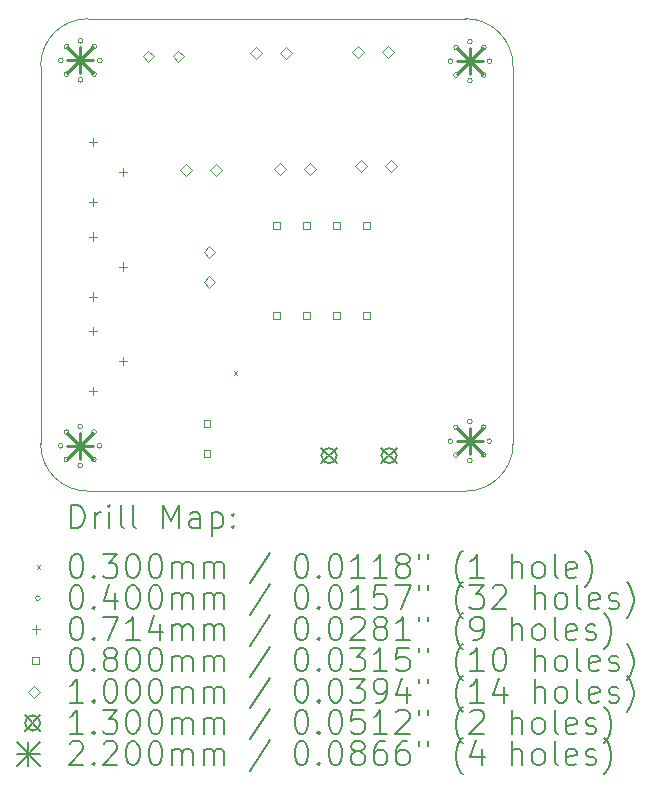
<source format=gbr>
%TF.GenerationSoftware,KiCad,Pcbnew,8.0.5*%
%TF.CreationDate,2024-09-29T15:37:14+05:30*%
%TF.ProjectId,waveform_generator,77617665-666f-4726-9d5f-67656e657261,rev?*%
%TF.SameCoordinates,Original*%
%TF.FileFunction,Drillmap*%
%TF.FilePolarity,Positive*%
%FSLAX45Y45*%
G04 Gerber Fmt 4.5, Leading zero omitted, Abs format (unit mm)*
G04 Created by KiCad (PCBNEW 8.0.5) date 2024-09-29 15:37:14*
%MOMM*%
%LPD*%
G01*
G04 APERTURE LIST*
%ADD10C,0.050000*%
%ADD11C,0.200000*%
%ADD12C,0.100000*%
%ADD13C,0.130000*%
%ADD14C,0.220000*%
G04 APERTURE END LIST*
D10*
X22000000Y-8600000D02*
X22000000Y-5400000D01*
X18000000Y-5400000D02*
G75*
G02*
X18400000Y-5000000I400000J0D01*
G01*
X18000000Y-8600000D02*
X18000000Y-5400000D01*
X21600000Y-5000000D02*
X18400000Y-5000000D01*
X21600000Y-5000000D02*
G75*
G02*
X22000000Y-5400000I0J-400000D01*
G01*
X21600000Y-9000000D02*
X18400000Y-9000000D01*
X18400000Y-9000000D02*
G75*
G02*
X18000000Y-8600000I0J400000D01*
G01*
X22000000Y-8600000D02*
G75*
G02*
X21600000Y-9000000I-400000J0D01*
G01*
D11*
D12*
X19635000Y-7985000D02*
X19665000Y-8015000D01*
X19665000Y-7985000D02*
X19635000Y-8015000D01*
X18190000Y-8616673D02*
G75*
G02*
X18150000Y-8616673I-20000J0D01*
G01*
X18150000Y-8616673D02*
G75*
G02*
X18190000Y-8616673I20000J0D01*
G01*
X18191673Y-5353327D02*
G75*
G02*
X18151673Y-5353327I-20000J0D01*
G01*
X18151673Y-5353327D02*
G75*
G02*
X18191673Y-5353327I20000J0D01*
G01*
X18238327Y-8500000D02*
G75*
G02*
X18198327Y-8500000I-20000J0D01*
G01*
X18198327Y-8500000D02*
G75*
G02*
X18238327Y-8500000I20000J0D01*
G01*
X18238327Y-8733345D02*
G75*
G02*
X18198327Y-8733345I-20000J0D01*
G01*
X18198327Y-8733345D02*
G75*
G02*
X18238327Y-8733345I20000J0D01*
G01*
X18240000Y-5236655D02*
G75*
G02*
X18200000Y-5236655I-20000J0D01*
G01*
X18200000Y-5236655D02*
G75*
G02*
X18240000Y-5236655I20000J0D01*
G01*
X18240000Y-5470000D02*
G75*
G02*
X18200000Y-5470000I-20000J0D01*
G01*
X18200000Y-5470000D02*
G75*
G02*
X18240000Y-5470000I20000J0D01*
G01*
X18355000Y-8451673D02*
G75*
G02*
X18315000Y-8451673I-20000J0D01*
G01*
X18315000Y-8451673D02*
G75*
G02*
X18355000Y-8451673I20000J0D01*
G01*
X18355000Y-8781673D02*
G75*
G02*
X18315000Y-8781673I-20000J0D01*
G01*
X18315000Y-8781673D02*
G75*
G02*
X18355000Y-8781673I20000J0D01*
G01*
X18356673Y-5188327D02*
G75*
G02*
X18316673Y-5188327I-20000J0D01*
G01*
X18316673Y-5188327D02*
G75*
G02*
X18356673Y-5188327I20000J0D01*
G01*
X18356673Y-5518327D02*
G75*
G02*
X18316673Y-5518327I-20000J0D01*
G01*
X18316673Y-5518327D02*
G75*
G02*
X18356673Y-5518327I20000J0D01*
G01*
X18471673Y-8500000D02*
G75*
G02*
X18431673Y-8500000I-20000J0D01*
G01*
X18431673Y-8500000D02*
G75*
G02*
X18471673Y-8500000I20000J0D01*
G01*
X18471673Y-8733345D02*
G75*
G02*
X18431673Y-8733345I-20000J0D01*
G01*
X18431673Y-8733345D02*
G75*
G02*
X18471673Y-8733345I20000J0D01*
G01*
X18473345Y-5236655D02*
G75*
G02*
X18433345Y-5236655I-20000J0D01*
G01*
X18433345Y-5236655D02*
G75*
G02*
X18473345Y-5236655I20000J0D01*
G01*
X18473345Y-5470000D02*
G75*
G02*
X18433345Y-5470000I-20000J0D01*
G01*
X18433345Y-5470000D02*
G75*
G02*
X18473345Y-5470000I20000J0D01*
G01*
X18520000Y-8616673D02*
G75*
G02*
X18480000Y-8616673I-20000J0D01*
G01*
X18480000Y-8616673D02*
G75*
G02*
X18520000Y-8616673I20000J0D01*
G01*
X18521673Y-5353327D02*
G75*
G02*
X18481673Y-5353327I-20000J0D01*
G01*
X18481673Y-5353327D02*
G75*
G02*
X18521673Y-5353327I20000J0D01*
G01*
X21488327Y-8576673D02*
G75*
G02*
X21448327Y-8576673I-20000J0D01*
G01*
X21448327Y-8576673D02*
G75*
G02*
X21488327Y-8576673I20000J0D01*
G01*
X21490000Y-5360000D02*
G75*
G02*
X21450000Y-5360000I-20000J0D01*
G01*
X21450000Y-5360000D02*
G75*
G02*
X21490000Y-5360000I20000J0D01*
G01*
X21536655Y-8460000D02*
G75*
G02*
X21496655Y-8460000I-20000J0D01*
G01*
X21496655Y-8460000D02*
G75*
G02*
X21536655Y-8460000I20000J0D01*
G01*
X21536655Y-8693345D02*
G75*
G02*
X21496655Y-8693345I-20000J0D01*
G01*
X21496655Y-8693345D02*
G75*
G02*
X21536655Y-8693345I20000J0D01*
G01*
X21538327Y-5243327D02*
G75*
G02*
X21498327Y-5243327I-20000J0D01*
G01*
X21498327Y-5243327D02*
G75*
G02*
X21538327Y-5243327I20000J0D01*
G01*
X21538327Y-5476673D02*
G75*
G02*
X21498327Y-5476673I-20000J0D01*
G01*
X21498327Y-5476673D02*
G75*
G02*
X21538327Y-5476673I20000J0D01*
G01*
X21653327Y-8411673D02*
G75*
G02*
X21613327Y-8411673I-20000J0D01*
G01*
X21613327Y-8411673D02*
G75*
G02*
X21653327Y-8411673I20000J0D01*
G01*
X21653327Y-8741673D02*
G75*
G02*
X21613327Y-8741673I-20000J0D01*
G01*
X21613327Y-8741673D02*
G75*
G02*
X21653327Y-8741673I20000J0D01*
G01*
X21655000Y-5195000D02*
G75*
G02*
X21615000Y-5195000I-20000J0D01*
G01*
X21615000Y-5195000D02*
G75*
G02*
X21655000Y-5195000I20000J0D01*
G01*
X21655000Y-5525000D02*
G75*
G02*
X21615000Y-5525000I-20000J0D01*
G01*
X21615000Y-5525000D02*
G75*
G02*
X21655000Y-5525000I20000J0D01*
G01*
X21770000Y-8460000D02*
G75*
G02*
X21730000Y-8460000I-20000J0D01*
G01*
X21730000Y-8460000D02*
G75*
G02*
X21770000Y-8460000I20000J0D01*
G01*
X21770000Y-8693345D02*
G75*
G02*
X21730000Y-8693345I-20000J0D01*
G01*
X21730000Y-8693345D02*
G75*
G02*
X21770000Y-8693345I20000J0D01*
G01*
X21771673Y-5243327D02*
G75*
G02*
X21731673Y-5243327I-20000J0D01*
G01*
X21731673Y-5243327D02*
G75*
G02*
X21771673Y-5243327I20000J0D01*
G01*
X21771673Y-5476673D02*
G75*
G02*
X21731673Y-5476673I-20000J0D01*
G01*
X21731673Y-5476673D02*
G75*
G02*
X21771673Y-5476673I20000J0D01*
G01*
X21818327Y-8576673D02*
G75*
G02*
X21778327Y-8576673I-20000J0D01*
G01*
X21778327Y-8576673D02*
G75*
G02*
X21818327Y-8576673I20000J0D01*
G01*
X21820000Y-5360000D02*
G75*
G02*
X21780000Y-5360000I-20000J0D01*
G01*
X21780000Y-5360000D02*
G75*
G02*
X21820000Y-5360000I20000J0D01*
G01*
X18446000Y-6010300D02*
X18446000Y-6081700D01*
X18410300Y-6046000D02*
X18481700Y-6046000D01*
X18446000Y-6518300D02*
X18446000Y-6589700D01*
X18410300Y-6554000D02*
X18481700Y-6554000D01*
X18446000Y-6810300D02*
X18446000Y-6881700D01*
X18410300Y-6846000D02*
X18481700Y-6846000D01*
X18446000Y-7318300D02*
X18446000Y-7389700D01*
X18410300Y-7354000D02*
X18481700Y-7354000D01*
X18446000Y-7610300D02*
X18446000Y-7681700D01*
X18410300Y-7646000D02*
X18481700Y-7646000D01*
X18446000Y-8118300D02*
X18446000Y-8189700D01*
X18410300Y-8154000D02*
X18481700Y-8154000D01*
X18700000Y-6264300D02*
X18700000Y-6335700D01*
X18664300Y-6300000D02*
X18735700Y-6300000D01*
X18700000Y-7064300D02*
X18700000Y-7135700D01*
X18664300Y-7100000D02*
X18735700Y-7100000D01*
X18700000Y-7864300D02*
X18700000Y-7935700D01*
X18664300Y-7900000D02*
X18735700Y-7900000D01*
X19438285Y-8457773D02*
X19438285Y-8401204D01*
X19381716Y-8401204D01*
X19381716Y-8457773D01*
X19438285Y-8457773D01*
X19438285Y-8707773D02*
X19438285Y-8651204D01*
X19381716Y-8651204D01*
X19381716Y-8707773D01*
X19438285Y-8707773D01*
X20026285Y-6778284D02*
X20026285Y-6721715D01*
X19969716Y-6721715D01*
X19969716Y-6778284D01*
X20026285Y-6778284D01*
X20026285Y-7540284D02*
X20026285Y-7483715D01*
X19969716Y-7483715D01*
X19969716Y-7540284D01*
X20026285Y-7540284D01*
X20280285Y-6778284D02*
X20280285Y-6721715D01*
X20223716Y-6721715D01*
X20223716Y-6778284D01*
X20280285Y-6778284D01*
X20280285Y-7540284D02*
X20280285Y-7483715D01*
X20223716Y-7483715D01*
X20223716Y-7540284D01*
X20280285Y-7540284D01*
X20534285Y-6778284D02*
X20534285Y-6721715D01*
X20477716Y-6721715D01*
X20477716Y-6778284D01*
X20534285Y-6778284D01*
X20534285Y-7540284D02*
X20534285Y-7483715D01*
X20477716Y-7483715D01*
X20477716Y-7540284D01*
X20534285Y-7540284D01*
X20788285Y-6778284D02*
X20788285Y-6721715D01*
X20731716Y-6721715D01*
X20731716Y-6778284D01*
X20788285Y-6778284D01*
X20788285Y-7540284D02*
X20788285Y-7483715D01*
X20731716Y-7483715D01*
X20731716Y-7540284D01*
X20788285Y-7540284D01*
X18913500Y-5370000D02*
X18963500Y-5320000D01*
X18913500Y-5270000D01*
X18863500Y-5320000D01*
X18913500Y-5370000D01*
X19167500Y-5370000D02*
X19217500Y-5320000D01*
X19167500Y-5270000D01*
X19117500Y-5320000D01*
X19167500Y-5370000D01*
X19233500Y-6330000D02*
X19283500Y-6280000D01*
X19233500Y-6230000D01*
X19183500Y-6280000D01*
X19233500Y-6330000D01*
X19430000Y-7026000D02*
X19480000Y-6976000D01*
X19430000Y-6926000D01*
X19380000Y-6976000D01*
X19430000Y-7026000D01*
X19430000Y-7280000D02*
X19480000Y-7230000D01*
X19430000Y-7180000D01*
X19380000Y-7230000D01*
X19430000Y-7280000D01*
X19487500Y-6330000D02*
X19537500Y-6280000D01*
X19487500Y-6230000D01*
X19437500Y-6280000D01*
X19487500Y-6330000D01*
X19826000Y-5340000D02*
X19876000Y-5290000D01*
X19826000Y-5240000D01*
X19776000Y-5290000D01*
X19826000Y-5340000D01*
X20026000Y-6320000D02*
X20076000Y-6270000D01*
X20026000Y-6220000D01*
X19976000Y-6270000D01*
X20026000Y-6320000D01*
X20080000Y-5340000D02*
X20130000Y-5290000D01*
X20080000Y-5240000D01*
X20030000Y-5290000D01*
X20080000Y-5340000D01*
X20280000Y-6320000D02*
X20330000Y-6270000D01*
X20280000Y-6220000D01*
X20230000Y-6270000D01*
X20280000Y-6320000D01*
X20686000Y-5330000D02*
X20736000Y-5280000D01*
X20686000Y-5230000D01*
X20636000Y-5280000D01*
X20686000Y-5330000D01*
X20710000Y-6300000D02*
X20760000Y-6250000D01*
X20710000Y-6200000D01*
X20660000Y-6250000D01*
X20710000Y-6300000D01*
X20940000Y-5330000D02*
X20990000Y-5280000D01*
X20940000Y-5230000D01*
X20890000Y-5280000D01*
X20940000Y-5330000D01*
X20964000Y-6300000D02*
X21014000Y-6250000D01*
X20964000Y-6200000D01*
X20914000Y-6250000D01*
X20964000Y-6300000D01*
D13*
X20377000Y-8635000D02*
X20507000Y-8765000D01*
X20507000Y-8635000D02*
X20377000Y-8765000D01*
X20507000Y-8700000D02*
G75*
G02*
X20377000Y-8700000I-65000J0D01*
G01*
X20377000Y-8700000D02*
G75*
G02*
X20507000Y-8700000I65000J0D01*
G01*
X20885000Y-8635000D02*
X21015000Y-8765000D01*
X21015000Y-8635000D02*
X20885000Y-8765000D01*
X21015000Y-8700000D02*
G75*
G02*
X20885000Y-8700000I-65000J0D01*
G01*
X20885000Y-8700000D02*
G75*
G02*
X21015000Y-8700000I65000J0D01*
G01*
D14*
X18225000Y-8506673D02*
X18445000Y-8726673D01*
X18445000Y-8506673D02*
X18225000Y-8726673D01*
X18335000Y-8506673D02*
X18335000Y-8726673D01*
X18225000Y-8616673D02*
X18445000Y-8616673D01*
X18226673Y-5243327D02*
X18446673Y-5463327D01*
X18446673Y-5243327D02*
X18226673Y-5463327D01*
X18336673Y-5243327D02*
X18336673Y-5463327D01*
X18226673Y-5353327D02*
X18446673Y-5353327D01*
X21523327Y-8466673D02*
X21743327Y-8686673D01*
X21743327Y-8466673D02*
X21523327Y-8686673D01*
X21633327Y-8466673D02*
X21633327Y-8686673D01*
X21523327Y-8576673D02*
X21743327Y-8576673D01*
X21525000Y-5250000D02*
X21745000Y-5470000D01*
X21745000Y-5250000D02*
X21525000Y-5470000D01*
X21635000Y-5250000D02*
X21635000Y-5470000D01*
X21525000Y-5360000D02*
X21745000Y-5360000D01*
D11*
X18258277Y-9313984D02*
X18258277Y-9113984D01*
X18258277Y-9113984D02*
X18305896Y-9113984D01*
X18305896Y-9113984D02*
X18334467Y-9123508D01*
X18334467Y-9123508D02*
X18353515Y-9142555D01*
X18353515Y-9142555D02*
X18363039Y-9161603D01*
X18363039Y-9161603D02*
X18372563Y-9199698D01*
X18372563Y-9199698D02*
X18372563Y-9228270D01*
X18372563Y-9228270D02*
X18363039Y-9266365D01*
X18363039Y-9266365D02*
X18353515Y-9285412D01*
X18353515Y-9285412D02*
X18334467Y-9304460D01*
X18334467Y-9304460D02*
X18305896Y-9313984D01*
X18305896Y-9313984D02*
X18258277Y-9313984D01*
X18458277Y-9313984D02*
X18458277Y-9180650D01*
X18458277Y-9218746D02*
X18467801Y-9199698D01*
X18467801Y-9199698D02*
X18477324Y-9190174D01*
X18477324Y-9190174D02*
X18496372Y-9180650D01*
X18496372Y-9180650D02*
X18515420Y-9180650D01*
X18582086Y-9313984D02*
X18582086Y-9180650D01*
X18582086Y-9113984D02*
X18572563Y-9123508D01*
X18572563Y-9123508D02*
X18582086Y-9133031D01*
X18582086Y-9133031D02*
X18591610Y-9123508D01*
X18591610Y-9123508D02*
X18582086Y-9113984D01*
X18582086Y-9113984D02*
X18582086Y-9133031D01*
X18705896Y-9313984D02*
X18686848Y-9304460D01*
X18686848Y-9304460D02*
X18677324Y-9285412D01*
X18677324Y-9285412D02*
X18677324Y-9113984D01*
X18810658Y-9313984D02*
X18791610Y-9304460D01*
X18791610Y-9304460D02*
X18782086Y-9285412D01*
X18782086Y-9285412D02*
X18782086Y-9113984D01*
X19039229Y-9313984D02*
X19039229Y-9113984D01*
X19039229Y-9113984D02*
X19105896Y-9256841D01*
X19105896Y-9256841D02*
X19172563Y-9113984D01*
X19172563Y-9113984D02*
X19172563Y-9313984D01*
X19353515Y-9313984D02*
X19353515Y-9209222D01*
X19353515Y-9209222D02*
X19343991Y-9190174D01*
X19343991Y-9190174D02*
X19324944Y-9180650D01*
X19324944Y-9180650D02*
X19286848Y-9180650D01*
X19286848Y-9180650D02*
X19267801Y-9190174D01*
X19353515Y-9304460D02*
X19334467Y-9313984D01*
X19334467Y-9313984D02*
X19286848Y-9313984D01*
X19286848Y-9313984D02*
X19267801Y-9304460D01*
X19267801Y-9304460D02*
X19258277Y-9285412D01*
X19258277Y-9285412D02*
X19258277Y-9266365D01*
X19258277Y-9266365D02*
X19267801Y-9247317D01*
X19267801Y-9247317D02*
X19286848Y-9237793D01*
X19286848Y-9237793D02*
X19334467Y-9237793D01*
X19334467Y-9237793D02*
X19353515Y-9228270D01*
X19448753Y-9180650D02*
X19448753Y-9380650D01*
X19448753Y-9190174D02*
X19467801Y-9180650D01*
X19467801Y-9180650D02*
X19505896Y-9180650D01*
X19505896Y-9180650D02*
X19524944Y-9190174D01*
X19524944Y-9190174D02*
X19534467Y-9199698D01*
X19534467Y-9199698D02*
X19543991Y-9218746D01*
X19543991Y-9218746D02*
X19543991Y-9275889D01*
X19543991Y-9275889D02*
X19534467Y-9294936D01*
X19534467Y-9294936D02*
X19524944Y-9304460D01*
X19524944Y-9304460D02*
X19505896Y-9313984D01*
X19505896Y-9313984D02*
X19467801Y-9313984D01*
X19467801Y-9313984D02*
X19448753Y-9304460D01*
X19629705Y-9294936D02*
X19639229Y-9304460D01*
X19639229Y-9304460D02*
X19629705Y-9313984D01*
X19629705Y-9313984D02*
X19620182Y-9304460D01*
X19620182Y-9304460D02*
X19629705Y-9294936D01*
X19629705Y-9294936D02*
X19629705Y-9313984D01*
X19629705Y-9190174D02*
X19639229Y-9199698D01*
X19639229Y-9199698D02*
X19629705Y-9209222D01*
X19629705Y-9209222D02*
X19620182Y-9199698D01*
X19620182Y-9199698D02*
X19629705Y-9190174D01*
X19629705Y-9190174D02*
X19629705Y-9209222D01*
D12*
X17967500Y-9627500D02*
X17997500Y-9657500D01*
X17997500Y-9627500D02*
X17967500Y-9657500D01*
D11*
X18296372Y-9533984D02*
X18315420Y-9533984D01*
X18315420Y-9533984D02*
X18334467Y-9543508D01*
X18334467Y-9543508D02*
X18343991Y-9553031D01*
X18343991Y-9553031D02*
X18353515Y-9572079D01*
X18353515Y-9572079D02*
X18363039Y-9610174D01*
X18363039Y-9610174D02*
X18363039Y-9657793D01*
X18363039Y-9657793D02*
X18353515Y-9695889D01*
X18353515Y-9695889D02*
X18343991Y-9714936D01*
X18343991Y-9714936D02*
X18334467Y-9724460D01*
X18334467Y-9724460D02*
X18315420Y-9733984D01*
X18315420Y-9733984D02*
X18296372Y-9733984D01*
X18296372Y-9733984D02*
X18277324Y-9724460D01*
X18277324Y-9724460D02*
X18267801Y-9714936D01*
X18267801Y-9714936D02*
X18258277Y-9695889D01*
X18258277Y-9695889D02*
X18248753Y-9657793D01*
X18248753Y-9657793D02*
X18248753Y-9610174D01*
X18248753Y-9610174D02*
X18258277Y-9572079D01*
X18258277Y-9572079D02*
X18267801Y-9553031D01*
X18267801Y-9553031D02*
X18277324Y-9543508D01*
X18277324Y-9543508D02*
X18296372Y-9533984D01*
X18448753Y-9714936D02*
X18458277Y-9724460D01*
X18458277Y-9724460D02*
X18448753Y-9733984D01*
X18448753Y-9733984D02*
X18439229Y-9724460D01*
X18439229Y-9724460D02*
X18448753Y-9714936D01*
X18448753Y-9714936D02*
X18448753Y-9733984D01*
X18524944Y-9533984D02*
X18648753Y-9533984D01*
X18648753Y-9533984D02*
X18582086Y-9610174D01*
X18582086Y-9610174D02*
X18610658Y-9610174D01*
X18610658Y-9610174D02*
X18629705Y-9619698D01*
X18629705Y-9619698D02*
X18639229Y-9629222D01*
X18639229Y-9629222D02*
X18648753Y-9648270D01*
X18648753Y-9648270D02*
X18648753Y-9695889D01*
X18648753Y-9695889D02*
X18639229Y-9714936D01*
X18639229Y-9714936D02*
X18629705Y-9724460D01*
X18629705Y-9724460D02*
X18610658Y-9733984D01*
X18610658Y-9733984D02*
X18553515Y-9733984D01*
X18553515Y-9733984D02*
X18534467Y-9724460D01*
X18534467Y-9724460D02*
X18524944Y-9714936D01*
X18772563Y-9533984D02*
X18791610Y-9533984D01*
X18791610Y-9533984D02*
X18810658Y-9543508D01*
X18810658Y-9543508D02*
X18820182Y-9553031D01*
X18820182Y-9553031D02*
X18829705Y-9572079D01*
X18829705Y-9572079D02*
X18839229Y-9610174D01*
X18839229Y-9610174D02*
X18839229Y-9657793D01*
X18839229Y-9657793D02*
X18829705Y-9695889D01*
X18829705Y-9695889D02*
X18820182Y-9714936D01*
X18820182Y-9714936D02*
X18810658Y-9724460D01*
X18810658Y-9724460D02*
X18791610Y-9733984D01*
X18791610Y-9733984D02*
X18772563Y-9733984D01*
X18772563Y-9733984D02*
X18753515Y-9724460D01*
X18753515Y-9724460D02*
X18743991Y-9714936D01*
X18743991Y-9714936D02*
X18734467Y-9695889D01*
X18734467Y-9695889D02*
X18724944Y-9657793D01*
X18724944Y-9657793D02*
X18724944Y-9610174D01*
X18724944Y-9610174D02*
X18734467Y-9572079D01*
X18734467Y-9572079D02*
X18743991Y-9553031D01*
X18743991Y-9553031D02*
X18753515Y-9543508D01*
X18753515Y-9543508D02*
X18772563Y-9533984D01*
X18963039Y-9533984D02*
X18982086Y-9533984D01*
X18982086Y-9533984D02*
X19001134Y-9543508D01*
X19001134Y-9543508D02*
X19010658Y-9553031D01*
X19010658Y-9553031D02*
X19020182Y-9572079D01*
X19020182Y-9572079D02*
X19029705Y-9610174D01*
X19029705Y-9610174D02*
X19029705Y-9657793D01*
X19029705Y-9657793D02*
X19020182Y-9695889D01*
X19020182Y-9695889D02*
X19010658Y-9714936D01*
X19010658Y-9714936D02*
X19001134Y-9724460D01*
X19001134Y-9724460D02*
X18982086Y-9733984D01*
X18982086Y-9733984D02*
X18963039Y-9733984D01*
X18963039Y-9733984D02*
X18943991Y-9724460D01*
X18943991Y-9724460D02*
X18934467Y-9714936D01*
X18934467Y-9714936D02*
X18924944Y-9695889D01*
X18924944Y-9695889D02*
X18915420Y-9657793D01*
X18915420Y-9657793D02*
X18915420Y-9610174D01*
X18915420Y-9610174D02*
X18924944Y-9572079D01*
X18924944Y-9572079D02*
X18934467Y-9553031D01*
X18934467Y-9553031D02*
X18943991Y-9543508D01*
X18943991Y-9543508D02*
X18963039Y-9533984D01*
X19115420Y-9733984D02*
X19115420Y-9600650D01*
X19115420Y-9619698D02*
X19124944Y-9610174D01*
X19124944Y-9610174D02*
X19143991Y-9600650D01*
X19143991Y-9600650D02*
X19172563Y-9600650D01*
X19172563Y-9600650D02*
X19191610Y-9610174D01*
X19191610Y-9610174D02*
X19201134Y-9629222D01*
X19201134Y-9629222D02*
X19201134Y-9733984D01*
X19201134Y-9629222D02*
X19210658Y-9610174D01*
X19210658Y-9610174D02*
X19229705Y-9600650D01*
X19229705Y-9600650D02*
X19258277Y-9600650D01*
X19258277Y-9600650D02*
X19277325Y-9610174D01*
X19277325Y-9610174D02*
X19286848Y-9629222D01*
X19286848Y-9629222D02*
X19286848Y-9733984D01*
X19382086Y-9733984D02*
X19382086Y-9600650D01*
X19382086Y-9619698D02*
X19391610Y-9610174D01*
X19391610Y-9610174D02*
X19410658Y-9600650D01*
X19410658Y-9600650D02*
X19439229Y-9600650D01*
X19439229Y-9600650D02*
X19458277Y-9610174D01*
X19458277Y-9610174D02*
X19467801Y-9629222D01*
X19467801Y-9629222D02*
X19467801Y-9733984D01*
X19467801Y-9629222D02*
X19477325Y-9610174D01*
X19477325Y-9610174D02*
X19496372Y-9600650D01*
X19496372Y-9600650D02*
X19524944Y-9600650D01*
X19524944Y-9600650D02*
X19543991Y-9610174D01*
X19543991Y-9610174D02*
X19553515Y-9629222D01*
X19553515Y-9629222D02*
X19553515Y-9733984D01*
X19943991Y-9524460D02*
X19772563Y-9781603D01*
X20201134Y-9533984D02*
X20220182Y-9533984D01*
X20220182Y-9533984D02*
X20239229Y-9543508D01*
X20239229Y-9543508D02*
X20248753Y-9553031D01*
X20248753Y-9553031D02*
X20258277Y-9572079D01*
X20258277Y-9572079D02*
X20267801Y-9610174D01*
X20267801Y-9610174D02*
X20267801Y-9657793D01*
X20267801Y-9657793D02*
X20258277Y-9695889D01*
X20258277Y-9695889D02*
X20248753Y-9714936D01*
X20248753Y-9714936D02*
X20239229Y-9724460D01*
X20239229Y-9724460D02*
X20220182Y-9733984D01*
X20220182Y-9733984D02*
X20201134Y-9733984D01*
X20201134Y-9733984D02*
X20182087Y-9724460D01*
X20182087Y-9724460D02*
X20172563Y-9714936D01*
X20172563Y-9714936D02*
X20163039Y-9695889D01*
X20163039Y-9695889D02*
X20153515Y-9657793D01*
X20153515Y-9657793D02*
X20153515Y-9610174D01*
X20153515Y-9610174D02*
X20163039Y-9572079D01*
X20163039Y-9572079D02*
X20172563Y-9553031D01*
X20172563Y-9553031D02*
X20182087Y-9543508D01*
X20182087Y-9543508D02*
X20201134Y-9533984D01*
X20353515Y-9714936D02*
X20363039Y-9724460D01*
X20363039Y-9724460D02*
X20353515Y-9733984D01*
X20353515Y-9733984D02*
X20343991Y-9724460D01*
X20343991Y-9724460D02*
X20353515Y-9714936D01*
X20353515Y-9714936D02*
X20353515Y-9733984D01*
X20486848Y-9533984D02*
X20505896Y-9533984D01*
X20505896Y-9533984D02*
X20524944Y-9543508D01*
X20524944Y-9543508D02*
X20534468Y-9553031D01*
X20534468Y-9553031D02*
X20543991Y-9572079D01*
X20543991Y-9572079D02*
X20553515Y-9610174D01*
X20553515Y-9610174D02*
X20553515Y-9657793D01*
X20553515Y-9657793D02*
X20543991Y-9695889D01*
X20543991Y-9695889D02*
X20534468Y-9714936D01*
X20534468Y-9714936D02*
X20524944Y-9724460D01*
X20524944Y-9724460D02*
X20505896Y-9733984D01*
X20505896Y-9733984D02*
X20486848Y-9733984D01*
X20486848Y-9733984D02*
X20467801Y-9724460D01*
X20467801Y-9724460D02*
X20458277Y-9714936D01*
X20458277Y-9714936D02*
X20448753Y-9695889D01*
X20448753Y-9695889D02*
X20439229Y-9657793D01*
X20439229Y-9657793D02*
X20439229Y-9610174D01*
X20439229Y-9610174D02*
X20448753Y-9572079D01*
X20448753Y-9572079D02*
X20458277Y-9553031D01*
X20458277Y-9553031D02*
X20467801Y-9543508D01*
X20467801Y-9543508D02*
X20486848Y-9533984D01*
X20743991Y-9733984D02*
X20629706Y-9733984D01*
X20686848Y-9733984D02*
X20686848Y-9533984D01*
X20686848Y-9533984D02*
X20667801Y-9562555D01*
X20667801Y-9562555D02*
X20648753Y-9581603D01*
X20648753Y-9581603D02*
X20629706Y-9591127D01*
X20934468Y-9733984D02*
X20820182Y-9733984D01*
X20877325Y-9733984D02*
X20877325Y-9533984D01*
X20877325Y-9533984D02*
X20858277Y-9562555D01*
X20858277Y-9562555D02*
X20839229Y-9581603D01*
X20839229Y-9581603D02*
X20820182Y-9591127D01*
X21048753Y-9619698D02*
X21029706Y-9610174D01*
X21029706Y-9610174D02*
X21020182Y-9600650D01*
X21020182Y-9600650D02*
X21010658Y-9581603D01*
X21010658Y-9581603D02*
X21010658Y-9572079D01*
X21010658Y-9572079D02*
X21020182Y-9553031D01*
X21020182Y-9553031D02*
X21029706Y-9543508D01*
X21029706Y-9543508D02*
X21048753Y-9533984D01*
X21048753Y-9533984D02*
X21086849Y-9533984D01*
X21086849Y-9533984D02*
X21105896Y-9543508D01*
X21105896Y-9543508D02*
X21115420Y-9553031D01*
X21115420Y-9553031D02*
X21124944Y-9572079D01*
X21124944Y-9572079D02*
X21124944Y-9581603D01*
X21124944Y-9581603D02*
X21115420Y-9600650D01*
X21115420Y-9600650D02*
X21105896Y-9610174D01*
X21105896Y-9610174D02*
X21086849Y-9619698D01*
X21086849Y-9619698D02*
X21048753Y-9619698D01*
X21048753Y-9619698D02*
X21029706Y-9629222D01*
X21029706Y-9629222D02*
X21020182Y-9638746D01*
X21020182Y-9638746D02*
X21010658Y-9657793D01*
X21010658Y-9657793D02*
X21010658Y-9695889D01*
X21010658Y-9695889D02*
X21020182Y-9714936D01*
X21020182Y-9714936D02*
X21029706Y-9724460D01*
X21029706Y-9724460D02*
X21048753Y-9733984D01*
X21048753Y-9733984D02*
X21086849Y-9733984D01*
X21086849Y-9733984D02*
X21105896Y-9724460D01*
X21105896Y-9724460D02*
X21115420Y-9714936D01*
X21115420Y-9714936D02*
X21124944Y-9695889D01*
X21124944Y-9695889D02*
X21124944Y-9657793D01*
X21124944Y-9657793D02*
X21115420Y-9638746D01*
X21115420Y-9638746D02*
X21105896Y-9629222D01*
X21105896Y-9629222D02*
X21086849Y-9619698D01*
X21201134Y-9533984D02*
X21201134Y-9572079D01*
X21277325Y-9533984D02*
X21277325Y-9572079D01*
X21572563Y-9810174D02*
X21563039Y-9800650D01*
X21563039Y-9800650D02*
X21543991Y-9772079D01*
X21543991Y-9772079D02*
X21534468Y-9753031D01*
X21534468Y-9753031D02*
X21524944Y-9724460D01*
X21524944Y-9724460D02*
X21515420Y-9676841D01*
X21515420Y-9676841D02*
X21515420Y-9638746D01*
X21515420Y-9638746D02*
X21524944Y-9591127D01*
X21524944Y-9591127D02*
X21534468Y-9562555D01*
X21534468Y-9562555D02*
X21543991Y-9543508D01*
X21543991Y-9543508D02*
X21563039Y-9514936D01*
X21563039Y-9514936D02*
X21572563Y-9505412D01*
X21753515Y-9733984D02*
X21639230Y-9733984D01*
X21696372Y-9733984D02*
X21696372Y-9533984D01*
X21696372Y-9533984D02*
X21677325Y-9562555D01*
X21677325Y-9562555D02*
X21658277Y-9581603D01*
X21658277Y-9581603D02*
X21639230Y-9591127D01*
X21991611Y-9733984D02*
X21991611Y-9533984D01*
X22077325Y-9733984D02*
X22077325Y-9629222D01*
X22077325Y-9629222D02*
X22067801Y-9610174D01*
X22067801Y-9610174D02*
X22048753Y-9600650D01*
X22048753Y-9600650D02*
X22020182Y-9600650D01*
X22020182Y-9600650D02*
X22001134Y-9610174D01*
X22001134Y-9610174D02*
X21991611Y-9619698D01*
X22201134Y-9733984D02*
X22182087Y-9724460D01*
X22182087Y-9724460D02*
X22172563Y-9714936D01*
X22172563Y-9714936D02*
X22163039Y-9695889D01*
X22163039Y-9695889D02*
X22163039Y-9638746D01*
X22163039Y-9638746D02*
X22172563Y-9619698D01*
X22172563Y-9619698D02*
X22182087Y-9610174D01*
X22182087Y-9610174D02*
X22201134Y-9600650D01*
X22201134Y-9600650D02*
X22229706Y-9600650D01*
X22229706Y-9600650D02*
X22248753Y-9610174D01*
X22248753Y-9610174D02*
X22258277Y-9619698D01*
X22258277Y-9619698D02*
X22267801Y-9638746D01*
X22267801Y-9638746D02*
X22267801Y-9695889D01*
X22267801Y-9695889D02*
X22258277Y-9714936D01*
X22258277Y-9714936D02*
X22248753Y-9724460D01*
X22248753Y-9724460D02*
X22229706Y-9733984D01*
X22229706Y-9733984D02*
X22201134Y-9733984D01*
X22382087Y-9733984D02*
X22363039Y-9724460D01*
X22363039Y-9724460D02*
X22353515Y-9705412D01*
X22353515Y-9705412D02*
X22353515Y-9533984D01*
X22534468Y-9724460D02*
X22515420Y-9733984D01*
X22515420Y-9733984D02*
X22477325Y-9733984D01*
X22477325Y-9733984D02*
X22458277Y-9724460D01*
X22458277Y-9724460D02*
X22448753Y-9705412D01*
X22448753Y-9705412D02*
X22448753Y-9629222D01*
X22448753Y-9629222D02*
X22458277Y-9610174D01*
X22458277Y-9610174D02*
X22477325Y-9600650D01*
X22477325Y-9600650D02*
X22515420Y-9600650D01*
X22515420Y-9600650D02*
X22534468Y-9610174D01*
X22534468Y-9610174D02*
X22543991Y-9629222D01*
X22543991Y-9629222D02*
X22543991Y-9648270D01*
X22543991Y-9648270D02*
X22448753Y-9667317D01*
X22610658Y-9810174D02*
X22620182Y-9800650D01*
X22620182Y-9800650D02*
X22639230Y-9772079D01*
X22639230Y-9772079D02*
X22648753Y-9753031D01*
X22648753Y-9753031D02*
X22658277Y-9724460D01*
X22658277Y-9724460D02*
X22667801Y-9676841D01*
X22667801Y-9676841D02*
X22667801Y-9638746D01*
X22667801Y-9638746D02*
X22658277Y-9591127D01*
X22658277Y-9591127D02*
X22648753Y-9562555D01*
X22648753Y-9562555D02*
X22639230Y-9543508D01*
X22639230Y-9543508D02*
X22620182Y-9514936D01*
X22620182Y-9514936D02*
X22610658Y-9505412D01*
D12*
X17997500Y-9906500D02*
G75*
G02*
X17957500Y-9906500I-20000J0D01*
G01*
X17957500Y-9906500D02*
G75*
G02*
X17997500Y-9906500I20000J0D01*
G01*
D11*
X18296372Y-9797984D02*
X18315420Y-9797984D01*
X18315420Y-9797984D02*
X18334467Y-9807508D01*
X18334467Y-9807508D02*
X18343991Y-9817031D01*
X18343991Y-9817031D02*
X18353515Y-9836079D01*
X18353515Y-9836079D02*
X18363039Y-9874174D01*
X18363039Y-9874174D02*
X18363039Y-9921793D01*
X18363039Y-9921793D02*
X18353515Y-9959889D01*
X18353515Y-9959889D02*
X18343991Y-9978936D01*
X18343991Y-9978936D02*
X18334467Y-9988460D01*
X18334467Y-9988460D02*
X18315420Y-9997984D01*
X18315420Y-9997984D02*
X18296372Y-9997984D01*
X18296372Y-9997984D02*
X18277324Y-9988460D01*
X18277324Y-9988460D02*
X18267801Y-9978936D01*
X18267801Y-9978936D02*
X18258277Y-9959889D01*
X18258277Y-9959889D02*
X18248753Y-9921793D01*
X18248753Y-9921793D02*
X18248753Y-9874174D01*
X18248753Y-9874174D02*
X18258277Y-9836079D01*
X18258277Y-9836079D02*
X18267801Y-9817031D01*
X18267801Y-9817031D02*
X18277324Y-9807508D01*
X18277324Y-9807508D02*
X18296372Y-9797984D01*
X18448753Y-9978936D02*
X18458277Y-9988460D01*
X18458277Y-9988460D02*
X18448753Y-9997984D01*
X18448753Y-9997984D02*
X18439229Y-9988460D01*
X18439229Y-9988460D02*
X18448753Y-9978936D01*
X18448753Y-9978936D02*
X18448753Y-9997984D01*
X18629705Y-9864650D02*
X18629705Y-9997984D01*
X18582086Y-9788460D02*
X18534467Y-9931317D01*
X18534467Y-9931317D02*
X18658277Y-9931317D01*
X18772563Y-9797984D02*
X18791610Y-9797984D01*
X18791610Y-9797984D02*
X18810658Y-9807508D01*
X18810658Y-9807508D02*
X18820182Y-9817031D01*
X18820182Y-9817031D02*
X18829705Y-9836079D01*
X18829705Y-9836079D02*
X18839229Y-9874174D01*
X18839229Y-9874174D02*
X18839229Y-9921793D01*
X18839229Y-9921793D02*
X18829705Y-9959889D01*
X18829705Y-9959889D02*
X18820182Y-9978936D01*
X18820182Y-9978936D02*
X18810658Y-9988460D01*
X18810658Y-9988460D02*
X18791610Y-9997984D01*
X18791610Y-9997984D02*
X18772563Y-9997984D01*
X18772563Y-9997984D02*
X18753515Y-9988460D01*
X18753515Y-9988460D02*
X18743991Y-9978936D01*
X18743991Y-9978936D02*
X18734467Y-9959889D01*
X18734467Y-9959889D02*
X18724944Y-9921793D01*
X18724944Y-9921793D02*
X18724944Y-9874174D01*
X18724944Y-9874174D02*
X18734467Y-9836079D01*
X18734467Y-9836079D02*
X18743991Y-9817031D01*
X18743991Y-9817031D02*
X18753515Y-9807508D01*
X18753515Y-9807508D02*
X18772563Y-9797984D01*
X18963039Y-9797984D02*
X18982086Y-9797984D01*
X18982086Y-9797984D02*
X19001134Y-9807508D01*
X19001134Y-9807508D02*
X19010658Y-9817031D01*
X19010658Y-9817031D02*
X19020182Y-9836079D01*
X19020182Y-9836079D02*
X19029705Y-9874174D01*
X19029705Y-9874174D02*
X19029705Y-9921793D01*
X19029705Y-9921793D02*
X19020182Y-9959889D01*
X19020182Y-9959889D02*
X19010658Y-9978936D01*
X19010658Y-9978936D02*
X19001134Y-9988460D01*
X19001134Y-9988460D02*
X18982086Y-9997984D01*
X18982086Y-9997984D02*
X18963039Y-9997984D01*
X18963039Y-9997984D02*
X18943991Y-9988460D01*
X18943991Y-9988460D02*
X18934467Y-9978936D01*
X18934467Y-9978936D02*
X18924944Y-9959889D01*
X18924944Y-9959889D02*
X18915420Y-9921793D01*
X18915420Y-9921793D02*
X18915420Y-9874174D01*
X18915420Y-9874174D02*
X18924944Y-9836079D01*
X18924944Y-9836079D02*
X18934467Y-9817031D01*
X18934467Y-9817031D02*
X18943991Y-9807508D01*
X18943991Y-9807508D02*
X18963039Y-9797984D01*
X19115420Y-9997984D02*
X19115420Y-9864650D01*
X19115420Y-9883698D02*
X19124944Y-9874174D01*
X19124944Y-9874174D02*
X19143991Y-9864650D01*
X19143991Y-9864650D02*
X19172563Y-9864650D01*
X19172563Y-9864650D02*
X19191610Y-9874174D01*
X19191610Y-9874174D02*
X19201134Y-9893222D01*
X19201134Y-9893222D02*
X19201134Y-9997984D01*
X19201134Y-9893222D02*
X19210658Y-9874174D01*
X19210658Y-9874174D02*
X19229705Y-9864650D01*
X19229705Y-9864650D02*
X19258277Y-9864650D01*
X19258277Y-9864650D02*
X19277325Y-9874174D01*
X19277325Y-9874174D02*
X19286848Y-9893222D01*
X19286848Y-9893222D02*
X19286848Y-9997984D01*
X19382086Y-9997984D02*
X19382086Y-9864650D01*
X19382086Y-9883698D02*
X19391610Y-9874174D01*
X19391610Y-9874174D02*
X19410658Y-9864650D01*
X19410658Y-9864650D02*
X19439229Y-9864650D01*
X19439229Y-9864650D02*
X19458277Y-9874174D01*
X19458277Y-9874174D02*
X19467801Y-9893222D01*
X19467801Y-9893222D02*
X19467801Y-9997984D01*
X19467801Y-9893222D02*
X19477325Y-9874174D01*
X19477325Y-9874174D02*
X19496372Y-9864650D01*
X19496372Y-9864650D02*
X19524944Y-9864650D01*
X19524944Y-9864650D02*
X19543991Y-9874174D01*
X19543991Y-9874174D02*
X19553515Y-9893222D01*
X19553515Y-9893222D02*
X19553515Y-9997984D01*
X19943991Y-9788460D02*
X19772563Y-10045603D01*
X20201134Y-9797984D02*
X20220182Y-9797984D01*
X20220182Y-9797984D02*
X20239229Y-9807508D01*
X20239229Y-9807508D02*
X20248753Y-9817031D01*
X20248753Y-9817031D02*
X20258277Y-9836079D01*
X20258277Y-9836079D02*
X20267801Y-9874174D01*
X20267801Y-9874174D02*
X20267801Y-9921793D01*
X20267801Y-9921793D02*
X20258277Y-9959889D01*
X20258277Y-9959889D02*
X20248753Y-9978936D01*
X20248753Y-9978936D02*
X20239229Y-9988460D01*
X20239229Y-9988460D02*
X20220182Y-9997984D01*
X20220182Y-9997984D02*
X20201134Y-9997984D01*
X20201134Y-9997984D02*
X20182087Y-9988460D01*
X20182087Y-9988460D02*
X20172563Y-9978936D01*
X20172563Y-9978936D02*
X20163039Y-9959889D01*
X20163039Y-9959889D02*
X20153515Y-9921793D01*
X20153515Y-9921793D02*
X20153515Y-9874174D01*
X20153515Y-9874174D02*
X20163039Y-9836079D01*
X20163039Y-9836079D02*
X20172563Y-9817031D01*
X20172563Y-9817031D02*
X20182087Y-9807508D01*
X20182087Y-9807508D02*
X20201134Y-9797984D01*
X20353515Y-9978936D02*
X20363039Y-9988460D01*
X20363039Y-9988460D02*
X20353515Y-9997984D01*
X20353515Y-9997984D02*
X20343991Y-9988460D01*
X20343991Y-9988460D02*
X20353515Y-9978936D01*
X20353515Y-9978936D02*
X20353515Y-9997984D01*
X20486848Y-9797984D02*
X20505896Y-9797984D01*
X20505896Y-9797984D02*
X20524944Y-9807508D01*
X20524944Y-9807508D02*
X20534468Y-9817031D01*
X20534468Y-9817031D02*
X20543991Y-9836079D01*
X20543991Y-9836079D02*
X20553515Y-9874174D01*
X20553515Y-9874174D02*
X20553515Y-9921793D01*
X20553515Y-9921793D02*
X20543991Y-9959889D01*
X20543991Y-9959889D02*
X20534468Y-9978936D01*
X20534468Y-9978936D02*
X20524944Y-9988460D01*
X20524944Y-9988460D02*
X20505896Y-9997984D01*
X20505896Y-9997984D02*
X20486848Y-9997984D01*
X20486848Y-9997984D02*
X20467801Y-9988460D01*
X20467801Y-9988460D02*
X20458277Y-9978936D01*
X20458277Y-9978936D02*
X20448753Y-9959889D01*
X20448753Y-9959889D02*
X20439229Y-9921793D01*
X20439229Y-9921793D02*
X20439229Y-9874174D01*
X20439229Y-9874174D02*
X20448753Y-9836079D01*
X20448753Y-9836079D02*
X20458277Y-9817031D01*
X20458277Y-9817031D02*
X20467801Y-9807508D01*
X20467801Y-9807508D02*
X20486848Y-9797984D01*
X20743991Y-9997984D02*
X20629706Y-9997984D01*
X20686848Y-9997984D02*
X20686848Y-9797984D01*
X20686848Y-9797984D02*
X20667801Y-9826555D01*
X20667801Y-9826555D02*
X20648753Y-9845603D01*
X20648753Y-9845603D02*
X20629706Y-9855127D01*
X20924944Y-9797984D02*
X20829706Y-9797984D01*
X20829706Y-9797984D02*
X20820182Y-9893222D01*
X20820182Y-9893222D02*
X20829706Y-9883698D01*
X20829706Y-9883698D02*
X20848753Y-9874174D01*
X20848753Y-9874174D02*
X20896372Y-9874174D01*
X20896372Y-9874174D02*
X20915420Y-9883698D01*
X20915420Y-9883698D02*
X20924944Y-9893222D01*
X20924944Y-9893222D02*
X20934468Y-9912270D01*
X20934468Y-9912270D02*
X20934468Y-9959889D01*
X20934468Y-9959889D02*
X20924944Y-9978936D01*
X20924944Y-9978936D02*
X20915420Y-9988460D01*
X20915420Y-9988460D02*
X20896372Y-9997984D01*
X20896372Y-9997984D02*
X20848753Y-9997984D01*
X20848753Y-9997984D02*
X20829706Y-9988460D01*
X20829706Y-9988460D02*
X20820182Y-9978936D01*
X21001134Y-9797984D02*
X21134468Y-9797984D01*
X21134468Y-9797984D02*
X21048753Y-9997984D01*
X21201134Y-9797984D02*
X21201134Y-9836079D01*
X21277325Y-9797984D02*
X21277325Y-9836079D01*
X21572563Y-10074174D02*
X21563039Y-10064650D01*
X21563039Y-10064650D02*
X21543991Y-10036079D01*
X21543991Y-10036079D02*
X21534468Y-10017031D01*
X21534468Y-10017031D02*
X21524944Y-9988460D01*
X21524944Y-9988460D02*
X21515420Y-9940841D01*
X21515420Y-9940841D02*
X21515420Y-9902746D01*
X21515420Y-9902746D02*
X21524944Y-9855127D01*
X21524944Y-9855127D02*
X21534468Y-9826555D01*
X21534468Y-9826555D02*
X21543991Y-9807508D01*
X21543991Y-9807508D02*
X21563039Y-9778936D01*
X21563039Y-9778936D02*
X21572563Y-9769412D01*
X21629706Y-9797984D02*
X21753515Y-9797984D01*
X21753515Y-9797984D02*
X21686849Y-9874174D01*
X21686849Y-9874174D02*
X21715420Y-9874174D01*
X21715420Y-9874174D02*
X21734468Y-9883698D01*
X21734468Y-9883698D02*
X21743991Y-9893222D01*
X21743991Y-9893222D02*
X21753515Y-9912270D01*
X21753515Y-9912270D02*
X21753515Y-9959889D01*
X21753515Y-9959889D02*
X21743991Y-9978936D01*
X21743991Y-9978936D02*
X21734468Y-9988460D01*
X21734468Y-9988460D02*
X21715420Y-9997984D01*
X21715420Y-9997984D02*
X21658277Y-9997984D01*
X21658277Y-9997984D02*
X21639230Y-9988460D01*
X21639230Y-9988460D02*
X21629706Y-9978936D01*
X21829706Y-9817031D02*
X21839230Y-9807508D01*
X21839230Y-9807508D02*
X21858277Y-9797984D01*
X21858277Y-9797984D02*
X21905896Y-9797984D01*
X21905896Y-9797984D02*
X21924944Y-9807508D01*
X21924944Y-9807508D02*
X21934468Y-9817031D01*
X21934468Y-9817031D02*
X21943991Y-9836079D01*
X21943991Y-9836079D02*
X21943991Y-9855127D01*
X21943991Y-9855127D02*
X21934468Y-9883698D01*
X21934468Y-9883698D02*
X21820182Y-9997984D01*
X21820182Y-9997984D02*
X21943991Y-9997984D01*
X22182087Y-9997984D02*
X22182087Y-9797984D01*
X22267801Y-9997984D02*
X22267801Y-9893222D01*
X22267801Y-9893222D02*
X22258277Y-9874174D01*
X22258277Y-9874174D02*
X22239230Y-9864650D01*
X22239230Y-9864650D02*
X22210658Y-9864650D01*
X22210658Y-9864650D02*
X22191611Y-9874174D01*
X22191611Y-9874174D02*
X22182087Y-9883698D01*
X22391610Y-9997984D02*
X22372563Y-9988460D01*
X22372563Y-9988460D02*
X22363039Y-9978936D01*
X22363039Y-9978936D02*
X22353515Y-9959889D01*
X22353515Y-9959889D02*
X22353515Y-9902746D01*
X22353515Y-9902746D02*
X22363039Y-9883698D01*
X22363039Y-9883698D02*
X22372563Y-9874174D01*
X22372563Y-9874174D02*
X22391610Y-9864650D01*
X22391610Y-9864650D02*
X22420182Y-9864650D01*
X22420182Y-9864650D02*
X22439230Y-9874174D01*
X22439230Y-9874174D02*
X22448753Y-9883698D01*
X22448753Y-9883698D02*
X22458277Y-9902746D01*
X22458277Y-9902746D02*
X22458277Y-9959889D01*
X22458277Y-9959889D02*
X22448753Y-9978936D01*
X22448753Y-9978936D02*
X22439230Y-9988460D01*
X22439230Y-9988460D02*
X22420182Y-9997984D01*
X22420182Y-9997984D02*
X22391610Y-9997984D01*
X22572563Y-9997984D02*
X22553515Y-9988460D01*
X22553515Y-9988460D02*
X22543991Y-9969412D01*
X22543991Y-9969412D02*
X22543991Y-9797984D01*
X22724944Y-9988460D02*
X22705896Y-9997984D01*
X22705896Y-9997984D02*
X22667801Y-9997984D01*
X22667801Y-9997984D02*
X22648753Y-9988460D01*
X22648753Y-9988460D02*
X22639230Y-9969412D01*
X22639230Y-9969412D02*
X22639230Y-9893222D01*
X22639230Y-9893222D02*
X22648753Y-9874174D01*
X22648753Y-9874174D02*
X22667801Y-9864650D01*
X22667801Y-9864650D02*
X22705896Y-9864650D01*
X22705896Y-9864650D02*
X22724944Y-9874174D01*
X22724944Y-9874174D02*
X22734468Y-9893222D01*
X22734468Y-9893222D02*
X22734468Y-9912270D01*
X22734468Y-9912270D02*
X22639230Y-9931317D01*
X22810658Y-9988460D02*
X22829706Y-9997984D01*
X22829706Y-9997984D02*
X22867801Y-9997984D01*
X22867801Y-9997984D02*
X22886849Y-9988460D01*
X22886849Y-9988460D02*
X22896372Y-9969412D01*
X22896372Y-9969412D02*
X22896372Y-9959889D01*
X22896372Y-9959889D02*
X22886849Y-9940841D01*
X22886849Y-9940841D02*
X22867801Y-9931317D01*
X22867801Y-9931317D02*
X22839230Y-9931317D01*
X22839230Y-9931317D02*
X22820182Y-9921793D01*
X22820182Y-9921793D02*
X22810658Y-9902746D01*
X22810658Y-9902746D02*
X22810658Y-9893222D01*
X22810658Y-9893222D02*
X22820182Y-9874174D01*
X22820182Y-9874174D02*
X22839230Y-9864650D01*
X22839230Y-9864650D02*
X22867801Y-9864650D01*
X22867801Y-9864650D02*
X22886849Y-9874174D01*
X22963039Y-10074174D02*
X22972563Y-10064650D01*
X22972563Y-10064650D02*
X22991611Y-10036079D01*
X22991611Y-10036079D02*
X23001134Y-10017031D01*
X23001134Y-10017031D02*
X23010658Y-9988460D01*
X23010658Y-9988460D02*
X23020182Y-9940841D01*
X23020182Y-9940841D02*
X23020182Y-9902746D01*
X23020182Y-9902746D02*
X23010658Y-9855127D01*
X23010658Y-9855127D02*
X23001134Y-9826555D01*
X23001134Y-9826555D02*
X22991611Y-9807508D01*
X22991611Y-9807508D02*
X22972563Y-9778936D01*
X22972563Y-9778936D02*
X22963039Y-9769412D01*
D12*
X17961800Y-10134800D02*
X17961800Y-10206200D01*
X17926100Y-10170500D02*
X17997500Y-10170500D01*
D11*
X18296372Y-10061984D02*
X18315420Y-10061984D01*
X18315420Y-10061984D02*
X18334467Y-10071508D01*
X18334467Y-10071508D02*
X18343991Y-10081031D01*
X18343991Y-10081031D02*
X18353515Y-10100079D01*
X18353515Y-10100079D02*
X18363039Y-10138174D01*
X18363039Y-10138174D02*
X18363039Y-10185793D01*
X18363039Y-10185793D02*
X18353515Y-10223889D01*
X18353515Y-10223889D02*
X18343991Y-10242936D01*
X18343991Y-10242936D02*
X18334467Y-10252460D01*
X18334467Y-10252460D02*
X18315420Y-10261984D01*
X18315420Y-10261984D02*
X18296372Y-10261984D01*
X18296372Y-10261984D02*
X18277324Y-10252460D01*
X18277324Y-10252460D02*
X18267801Y-10242936D01*
X18267801Y-10242936D02*
X18258277Y-10223889D01*
X18258277Y-10223889D02*
X18248753Y-10185793D01*
X18248753Y-10185793D02*
X18248753Y-10138174D01*
X18248753Y-10138174D02*
X18258277Y-10100079D01*
X18258277Y-10100079D02*
X18267801Y-10081031D01*
X18267801Y-10081031D02*
X18277324Y-10071508D01*
X18277324Y-10071508D02*
X18296372Y-10061984D01*
X18448753Y-10242936D02*
X18458277Y-10252460D01*
X18458277Y-10252460D02*
X18448753Y-10261984D01*
X18448753Y-10261984D02*
X18439229Y-10252460D01*
X18439229Y-10252460D02*
X18448753Y-10242936D01*
X18448753Y-10242936D02*
X18448753Y-10261984D01*
X18524944Y-10061984D02*
X18658277Y-10061984D01*
X18658277Y-10061984D02*
X18572563Y-10261984D01*
X18839229Y-10261984D02*
X18724944Y-10261984D01*
X18782086Y-10261984D02*
X18782086Y-10061984D01*
X18782086Y-10061984D02*
X18763039Y-10090555D01*
X18763039Y-10090555D02*
X18743991Y-10109603D01*
X18743991Y-10109603D02*
X18724944Y-10119127D01*
X19010658Y-10128650D02*
X19010658Y-10261984D01*
X18963039Y-10052460D02*
X18915420Y-10195317D01*
X18915420Y-10195317D02*
X19039229Y-10195317D01*
X19115420Y-10261984D02*
X19115420Y-10128650D01*
X19115420Y-10147698D02*
X19124944Y-10138174D01*
X19124944Y-10138174D02*
X19143991Y-10128650D01*
X19143991Y-10128650D02*
X19172563Y-10128650D01*
X19172563Y-10128650D02*
X19191610Y-10138174D01*
X19191610Y-10138174D02*
X19201134Y-10157222D01*
X19201134Y-10157222D02*
X19201134Y-10261984D01*
X19201134Y-10157222D02*
X19210658Y-10138174D01*
X19210658Y-10138174D02*
X19229705Y-10128650D01*
X19229705Y-10128650D02*
X19258277Y-10128650D01*
X19258277Y-10128650D02*
X19277325Y-10138174D01*
X19277325Y-10138174D02*
X19286848Y-10157222D01*
X19286848Y-10157222D02*
X19286848Y-10261984D01*
X19382086Y-10261984D02*
X19382086Y-10128650D01*
X19382086Y-10147698D02*
X19391610Y-10138174D01*
X19391610Y-10138174D02*
X19410658Y-10128650D01*
X19410658Y-10128650D02*
X19439229Y-10128650D01*
X19439229Y-10128650D02*
X19458277Y-10138174D01*
X19458277Y-10138174D02*
X19467801Y-10157222D01*
X19467801Y-10157222D02*
X19467801Y-10261984D01*
X19467801Y-10157222D02*
X19477325Y-10138174D01*
X19477325Y-10138174D02*
X19496372Y-10128650D01*
X19496372Y-10128650D02*
X19524944Y-10128650D01*
X19524944Y-10128650D02*
X19543991Y-10138174D01*
X19543991Y-10138174D02*
X19553515Y-10157222D01*
X19553515Y-10157222D02*
X19553515Y-10261984D01*
X19943991Y-10052460D02*
X19772563Y-10309603D01*
X20201134Y-10061984D02*
X20220182Y-10061984D01*
X20220182Y-10061984D02*
X20239229Y-10071508D01*
X20239229Y-10071508D02*
X20248753Y-10081031D01*
X20248753Y-10081031D02*
X20258277Y-10100079D01*
X20258277Y-10100079D02*
X20267801Y-10138174D01*
X20267801Y-10138174D02*
X20267801Y-10185793D01*
X20267801Y-10185793D02*
X20258277Y-10223889D01*
X20258277Y-10223889D02*
X20248753Y-10242936D01*
X20248753Y-10242936D02*
X20239229Y-10252460D01*
X20239229Y-10252460D02*
X20220182Y-10261984D01*
X20220182Y-10261984D02*
X20201134Y-10261984D01*
X20201134Y-10261984D02*
X20182087Y-10252460D01*
X20182087Y-10252460D02*
X20172563Y-10242936D01*
X20172563Y-10242936D02*
X20163039Y-10223889D01*
X20163039Y-10223889D02*
X20153515Y-10185793D01*
X20153515Y-10185793D02*
X20153515Y-10138174D01*
X20153515Y-10138174D02*
X20163039Y-10100079D01*
X20163039Y-10100079D02*
X20172563Y-10081031D01*
X20172563Y-10081031D02*
X20182087Y-10071508D01*
X20182087Y-10071508D02*
X20201134Y-10061984D01*
X20353515Y-10242936D02*
X20363039Y-10252460D01*
X20363039Y-10252460D02*
X20353515Y-10261984D01*
X20353515Y-10261984D02*
X20343991Y-10252460D01*
X20343991Y-10252460D02*
X20353515Y-10242936D01*
X20353515Y-10242936D02*
X20353515Y-10261984D01*
X20486848Y-10061984D02*
X20505896Y-10061984D01*
X20505896Y-10061984D02*
X20524944Y-10071508D01*
X20524944Y-10071508D02*
X20534468Y-10081031D01*
X20534468Y-10081031D02*
X20543991Y-10100079D01*
X20543991Y-10100079D02*
X20553515Y-10138174D01*
X20553515Y-10138174D02*
X20553515Y-10185793D01*
X20553515Y-10185793D02*
X20543991Y-10223889D01*
X20543991Y-10223889D02*
X20534468Y-10242936D01*
X20534468Y-10242936D02*
X20524944Y-10252460D01*
X20524944Y-10252460D02*
X20505896Y-10261984D01*
X20505896Y-10261984D02*
X20486848Y-10261984D01*
X20486848Y-10261984D02*
X20467801Y-10252460D01*
X20467801Y-10252460D02*
X20458277Y-10242936D01*
X20458277Y-10242936D02*
X20448753Y-10223889D01*
X20448753Y-10223889D02*
X20439229Y-10185793D01*
X20439229Y-10185793D02*
X20439229Y-10138174D01*
X20439229Y-10138174D02*
X20448753Y-10100079D01*
X20448753Y-10100079D02*
X20458277Y-10081031D01*
X20458277Y-10081031D02*
X20467801Y-10071508D01*
X20467801Y-10071508D02*
X20486848Y-10061984D01*
X20629706Y-10081031D02*
X20639229Y-10071508D01*
X20639229Y-10071508D02*
X20658277Y-10061984D01*
X20658277Y-10061984D02*
X20705896Y-10061984D01*
X20705896Y-10061984D02*
X20724944Y-10071508D01*
X20724944Y-10071508D02*
X20734468Y-10081031D01*
X20734468Y-10081031D02*
X20743991Y-10100079D01*
X20743991Y-10100079D02*
X20743991Y-10119127D01*
X20743991Y-10119127D02*
X20734468Y-10147698D01*
X20734468Y-10147698D02*
X20620182Y-10261984D01*
X20620182Y-10261984D02*
X20743991Y-10261984D01*
X20858277Y-10147698D02*
X20839229Y-10138174D01*
X20839229Y-10138174D02*
X20829706Y-10128650D01*
X20829706Y-10128650D02*
X20820182Y-10109603D01*
X20820182Y-10109603D02*
X20820182Y-10100079D01*
X20820182Y-10100079D02*
X20829706Y-10081031D01*
X20829706Y-10081031D02*
X20839229Y-10071508D01*
X20839229Y-10071508D02*
X20858277Y-10061984D01*
X20858277Y-10061984D02*
X20896372Y-10061984D01*
X20896372Y-10061984D02*
X20915420Y-10071508D01*
X20915420Y-10071508D02*
X20924944Y-10081031D01*
X20924944Y-10081031D02*
X20934468Y-10100079D01*
X20934468Y-10100079D02*
X20934468Y-10109603D01*
X20934468Y-10109603D02*
X20924944Y-10128650D01*
X20924944Y-10128650D02*
X20915420Y-10138174D01*
X20915420Y-10138174D02*
X20896372Y-10147698D01*
X20896372Y-10147698D02*
X20858277Y-10147698D01*
X20858277Y-10147698D02*
X20839229Y-10157222D01*
X20839229Y-10157222D02*
X20829706Y-10166746D01*
X20829706Y-10166746D02*
X20820182Y-10185793D01*
X20820182Y-10185793D02*
X20820182Y-10223889D01*
X20820182Y-10223889D02*
X20829706Y-10242936D01*
X20829706Y-10242936D02*
X20839229Y-10252460D01*
X20839229Y-10252460D02*
X20858277Y-10261984D01*
X20858277Y-10261984D02*
X20896372Y-10261984D01*
X20896372Y-10261984D02*
X20915420Y-10252460D01*
X20915420Y-10252460D02*
X20924944Y-10242936D01*
X20924944Y-10242936D02*
X20934468Y-10223889D01*
X20934468Y-10223889D02*
X20934468Y-10185793D01*
X20934468Y-10185793D02*
X20924944Y-10166746D01*
X20924944Y-10166746D02*
X20915420Y-10157222D01*
X20915420Y-10157222D02*
X20896372Y-10147698D01*
X21124944Y-10261984D02*
X21010658Y-10261984D01*
X21067801Y-10261984D02*
X21067801Y-10061984D01*
X21067801Y-10061984D02*
X21048753Y-10090555D01*
X21048753Y-10090555D02*
X21029706Y-10109603D01*
X21029706Y-10109603D02*
X21010658Y-10119127D01*
X21201134Y-10061984D02*
X21201134Y-10100079D01*
X21277325Y-10061984D02*
X21277325Y-10100079D01*
X21572563Y-10338174D02*
X21563039Y-10328650D01*
X21563039Y-10328650D02*
X21543991Y-10300079D01*
X21543991Y-10300079D02*
X21534468Y-10281031D01*
X21534468Y-10281031D02*
X21524944Y-10252460D01*
X21524944Y-10252460D02*
X21515420Y-10204841D01*
X21515420Y-10204841D02*
X21515420Y-10166746D01*
X21515420Y-10166746D02*
X21524944Y-10119127D01*
X21524944Y-10119127D02*
X21534468Y-10090555D01*
X21534468Y-10090555D02*
X21543991Y-10071508D01*
X21543991Y-10071508D02*
X21563039Y-10042936D01*
X21563039Y-10042936D02*
X21572563Y-10033412D01*
X21658277Y-10261984D02*
X21696372Y-10261984D01*
X21696372Y-10261984D02*
X21715420Y-10252460D01*
X21715420Y-10252460D02*
X21724944Y-10242936D01*
X21724944Y-10242936D02*
X21743991Y-10214365D01*
X21743991Y-10214365D02*
X21753515Y-10176270D01*
X21753515Y-10176270D02*
X21753515Y-10100079D01*
X21753515Y-10100079D02*
X21743991Y-10081031D01*
X21743991Y-10081031D02*
X21734468Y-10071508D01*
X21734468Y-10071508D02*
X21715420Y-10061984D01*
X21715420Y-10061984D02*
X21677325Y-10061984D01*
X21677325Y-10061984D02*
X21658277Y-10071508D01*
X21658277Y-10071508D02*
X21648753Y-10081031D01*
X21648753Y-10081031D02*
X21639230Y-10100079D01*
X21639230Y-10100079D02*
X21639230Y-10147698D01*
X21639230Y-10147698D02*
X21648753Y-10166746D01*
X21648753Y-10166746D02*
X21658277Y-10176270D01*
X21658277Y-10176270D02*
X21677325Y-10185793D01*
X21677325Y-10185793D02*
X21715420Y-10185793D01*
X21715420Y-10185793D02*
X21734468Y-10176270D01*
X21734468Y-10176270D02*
X21743991Y-10166746D01*
X21743991Y-10166746D02*
X21753515Y-10147698D01*
X21991611Y-10261984D02*
X21991611Y-10061984D01*
X22077325Y-10261984D02*
X22077325Y-10157222D01*
X22077325Y-10157222D02*
X22067801Y-10138174D01*
X22067801Y-10138174D02*
X22048753Y-10128650D01*
X22048753Y-10128650D02*
X22020182Y-10128650D01*
X22020182Y-10128650D02*
X22001134Y-10138174D01*
X22001134Y-10138174D02*
X21991611Y-10147698D01*
X22201134Y-10261984D02*
X22182087Y-10252460D01*
X22182087Y-10252460D02*
X22172563Y-10242936D01*
X22172563Y-10242936D02*
X22163039Y-10223889D01*
X22163039Y-10223889D02*
X22163039Y-10166746D01*
X22163039Y-10166746D02*
X22172563Y-10147698D01*
X22172563Y-10147698D02*
X22182087Y-10138174D01*
X22182087Y-10138174D02*
X22201134Y-10128650D01*
X22201134Y-10128650D02*
X22229706Y-10128650D01*
X22229706Y-10128650D02*
X22248753Y-10138174D01*
X22248753Y-10138174D02*
X22258277Y-10147698D01*
X22258277Y-10147698D02*
X22267801Y-10166746D01*
X22267801Y-10166746D02*
X22267801Y-10223889D01*
X22267801Y-10223889D02*
X22258277Y-10242936D01*
X22258277Y-10242936D02*
X22248753Y-10252460D01*
X22248753Y-10252460D02*
X22229706Y-10261984D01*
X22229706Y-10261984D02*
X22201134Y-10261984D01*
X22382087Y-10261984D02*
X22363039Y-10252460D01*
X22363039Y-10252460D02*
X22353515Y-10233412D01*
X22353515Y-10233412D02*
X22353515Y-10061984D01*
X22534468Y-10252460D02*
X22515420Y-10261984D01*
X22515420Y-10261984D02*
X22477325Y-10261984D01*
X22477325Y-10261984D02*
X22458277Y-10252460D01*
X22458277Y-10252460D02*
X22448753Y-10233412D01*
X22448753Y-10233412D02*
X22448753Y-10157222D01*
X22448753Y-10157222D02*
X22458277Y-10138174D01*
X22458277Y-10138174D02*
X22477325Y-10128650D01*
X22477325Y-10128650D02*
X22515420Y-10128650D01*
X22515420Y-10128650D02*
X22534468Y-10138174D01*
X22534468Y-10138174D02*
X22543991Y-10157222D01*
X22543991Y-10157222D02*
X22543991Y-10176270D01*
X22543991Y-10176270D02*
X22448753Y-10195317D01*
X22620182Y-10252460D02*
X22639230Y-10261984D01*
X22639230Y-10261984D02*
X22677325Y-10261984D01*
X22677325Y-10261984D02*
X22696372Y-10252460D01*
X22696372Y-10252460D02*
X22705896Y-10233412D01*
X22705896Y-10233412D02*
X22705896Y-10223889D01*
X22705896Y-10223889D02*
X22696372Y-10204841D01*
X22696372Y-10204841D02*
X22677325Y-10195317D01*
X22677325Y-10195317D02*
X22648753Y-10195317D01*
X22648753Y-10195317D02*
X22629706Y-10185793D01*
X22629706Y-10185793D02*
X22620182Y-10166746D01*
X22620182Y-10166746D02*
X22620182Y-10157222D01*
X22620182Y-10157222D02*
X22629706Y-10138174D01*
X22629706Y-10138174D02*
X22648753Y-10128650D01*
X22648753Y-10128650D02*
X22677325Y-10128650D01*
X22677325Y-10128650D02*
X22696372Y-10138174D01*
X22772563Y-10338174D02*
X22782087Y-10328650D01*
X22782087Y-10328650D02*
X22801134Y-10300079D01*
X22801134Y-10300079D02*
X22810658Y-10281031D01*
X22810658Y-10281031D02*
X22820182Y-10252460D01*
X22820182Y-10252460D02*
X22829706Y-10204841D01*
X22829706Y-10204841D02*
X22829706Y-10166746D01*
X22829706Y-10166746D02*
X22820182Y-10119127D01*
X22820182Y-10119127D02*
X22810658Y-10090555D01*
X22810658Y-10090555D02*
X22801134Y-10071508D01*
X22801134Y-10071508D02*
X22782087Y-10042936D01*
X22782087Y-10042936D02*
X22772563Y-10033412D01*
D12*
X17985785Y-10462785D02*
X17985785Y-10406216D01*
X17929216Y-10406216D01*
X17929216Y-10462785D01*
X17985785Y-10462785D01*
D11*
X18296372Y-10325984D02*
X18315420Y-10325984D01*
X18315420Y-10325984D02*
X18334467Y-10335508D01*
X18334467Y-10335508D02*
X18343991Y-10345031D01*
X18343991Y-10345031D02*
X18353515Y-10364079D01*
X18353515Y-10364079D02*
X18363039Y-10402174D01*
X18363039Y-10402174D02*
X18363039Y-10449793D01*
X18363039Y-10449793D02*
X18353515Y-10487889D01*
X18353515Y-10487889D02*
X18343991Y-10506936D01*
X18343991Y-10506936D02*
X18334467Y-10516460D01*
X18334467Y-10516460D02*
X18315420Y-10525984D01*
X18315420Y-10525984D02*
X18296372Y-10525984D01*
X18296372Y-10525984D02*
X18277324Y-10516460D01*
X18277324Y-10516460D02*
X18267801Y-10506936D01*
X18267801Y-10506936D02*
X18258277Y-10487889D01*
X18258277Y-10487889D02*
X18248753Y-10449793D01*
X18248753Y-10449793D02*
X18248753Y-10402174D01*
X18248753Y-10402174D02*
X18258277Y-10364079D01*
X18258277Y-10364079D02*
X18267801Y-10345031D01*
X18267801Y-10345031D02*
X18277324Y-10335508D01*
X18277324Y-10335508D02*
X18296372Y-10325984D01*
X18448753Y-10506936D02*
X18458277Y-10516460D01*
X18458277Y-10516460D02*
X18448753Y-10525984D01*
X18448753Y-10525984D02*
X18439229Y-10516460D01*
X18439229Y-10516460D02*
X18448753Y-10506936D01*
X18448753Y-10506936D02*
X18448753Y-10525984D01*
X18572563Y-10411698D02*
X18553515Y-10402174D01*
X18553515Y-10402174D02*
X18543991Y-10392650D01*
X18543991Y-10392650D02*
X18534467Y-10373603D01*
X18534467Y-10373603D02*
X18534467Y-10364079D01*
X18534467Y-10364079D02*
X18543991Y-10345031D01*
X18543991Y-10345031D02*
X18553515Y-10335508D01*
X18553515Y-10335508D02*
X18572563Y-10325984D01*
X18572563Y-10325984D02*
X18610658Y-10325984D01*
X18610658Y-10325984D02*
X18629705Y-10335508D01*
X18629705Y-10335508D02*
X18639229Y-10345031D01*
X18639229Y-10345031D02*
X18648753Y-10364079D01*
X18648753Y-10364079D02*
X18648753Y-10373603D01*
X18648753Y-10373603D02*
X18639229Y-10392650D01*
X18639229Y-10392650D02*
X18629705Y-10402174D01*
X18629705Y-10402174D02*
X18610658Y-10411698D01*
X18610658Y-10411698D02*
X18572563Y-10411698D01*
X18572563Y-10411698D02*
X18553515Y-10421222D01*
X18553515Y-10421222D02*
X18543991Y-10430746D01*
X18543991Y-10430746D02*
X18534467Y-10449793D01*
X18534467Y-10449793D02*
X18534467Y-10487889D01*
X18534467Y-10487889D02*
X18543991Y-10506936D01*
X18543991Y-10506936D02*
X18553515Y-10516460D01*
X18553515Y-10516460D02*
X18572563Y-10525984D01*
X18572563Y-10525984D02*
X18610658Y-10525984D01*
X18610658Y-10525984D02*
X18629705Y-10516460D01*
X18629705Y-10516460D02*
X18639229Y-10506936D01*
X18639229Y-10506936D02*
X18648753Y-10487889D01*
X18648753Y-10487889D02*
X18648753Y-10449793D01*
X18648753Y-10449793D02*
X18639229Y-10430746D01*
X18639229Y-10430746D02*
X18629705Y-10421222D01*
X18629705Y-10421222D02*
X18610658Y-10411698D01*
X18772563Y-10325984D02*
X18791610Y-10325984D01*
X18791610Y-10325984D02*
X18810658Y-10335508D01*
X18810658Y-10335508D02*
X18820182Y-10345031D01*
X18820182Y-10345031D02*
X18829705Y-10364079D01*
X18829705Y-10364079D02*
X18839229Y-10402174D01*
X18839229Y-10402174D02*
X18839229Y-10449793D01*
X18839229Y-10449793D02*
X18829705Y-10487889D01*
X18829705Y-10487889D02*
X18820182Y-10506936D01*
X18820182Y-10506936D02*
X18810658Y-10516460D01*
X18810658Y-10516460D02*
X18791610Y-10525984D01*
X18791610Y-10525984D02*
X18772563Y-10525984D01*
X18772563Y-10525984D02*
X18753515Y-10516460D01*
X18753515Y-10516460D02*
X18743991Y-10506936D01*
X18743991Y-10506936D02*
X18734467Y-10487889D01*
X18734467Y-10487889D02*
X18724944Y-10449793D01*
X18724944Y-10449793D02*
X18724944Y-10402174D01*
X18724944Y-10402174D02*
X18734467Y-10364079D01*
X18734467Y-10364079D02*
X18743991Y-10345031D01*
X18743991Y-10345031D02*
X18753515Y-10335508D01*
X18753515Y-10335508D02*
X18772563Y-10325984D01*
X18963039Y-10325984D02*
X18982086Y-10325984D01*
X18982086Y-10325984D02*
X19001134Y-10335508D01*
X19001134Y-10335508D02*
X19010658Y-10345031D01*
X19010658Y-10345031D02*
X19020182Y-10364079D01*
X19020182Y-10364079D02*
X19029705Y-10402174D01*
X19029705Y-10402174D02*
X19029705Y-10449793D01*
X19029705Y-10449793D02*
X19020182Y-10487889D01*
X19020182Y-10487889D02*
X19010658Y-10506936D01*
X19010658Y-10506936D02*
X19001134Y-10516460D01*
X19001134Y-10516460D02*
X18982086Y-10525984D01*
X18982086Y-10525984D02*
X18963039Y-10525984D01*
X18963039Y-10525984D02*
X18943991Y-10516460D01*
X18943991Y-10516460D02*
X18934467Y-10506936D01*
X18934467Y-10506936D02*
X18924944Y-10487889D01*
X18924944Y-10487889D02*
X18915420Y-10449793D01*
X18915420Y-10449793D02*
X18915420Y-10402174D01*
X18915420Y-10402174D02*
X18924944Y-10364079D01*
X18924944Y-10364079D02*
X18934467Y-10345031D01*
X18934467Y-10345031D02*
X18943991Y-10335508D01*
X18943991Y-10335508D02*
X18963039Y-10325984D01*
X19115420Y-10525984D02*
X19115420Y-10392650D01*
X19115420Y-10411698D02*
X19124944Y-10402174D01*
X19124944Y-10402174D02*
X19143991Y-10392650D01*
X19143991Y-10392650D02*
X19172563Y-10392650D01*
X19172563Y-10392650D02*
X19191610Y-10402174D01*
X19191610Y-10402174D02*
X19201134Y-10421222D01*
X19201134Y-10421222D02*
X19201134Y-10525984D01*
X19201134Y-10421222D02*
X19210658Y-10402174D01*
X19210658Y-10402174D02*
X19229705Y-10392650D01*
X19229705Y-10392650D02*
X19258277Y-10392650D01*
X19258277Y-10392650D02*
X19277325Y-10402174D01*
X19277325Y-10402174D02*
X19286848Y-10421222D01*
X19286848Y-10421222D02*
X19286848Y-10525984D01*
X19382086Y-10525984D02*
X19382086Y-10392650D01*
X19382086Y-10411698D02*
X19391610Y-10402174D01*
X19391610Y-10402174D02*
X19410658Y-10392650D01*
X19410658Y-10392650D02*
X19439229Y-10392650D01*
X19439229Y-10392650D02*
X19458277Y-10402174D01*
X19458277Y-10402174D02*
X19467801Y-10421222D01*
X19467801Y-10421222D02*
X19467801Y-10525984D01*
X19467801Y-10421222D02*
X19477325Y-10402174D01*
X19477325Y-10402174D02*
X19496372Y-10392650D01*
X19496372Y-10392650D02*
X19524944Y-10392650D01*
X19524944Y-10392650D02*
X19543991Y-10402174D01*
X19543991Y-10402174D02*
X19553515Y-10421222D01*
X19553515Y-10421222D02*
X19553515Y-10525984D01*
X19943991Y-10316460D02*
X19772563Y-10573603D01*
X20201134Y-10325984D02*
X20220182Y-10325984D01*
X20220182Y-10325984D02*
X20239229Y-10335508D01*
X20239229Y-10335508D02*
X20248753Y-10345031D01*
X20248753Y-10345031D02*
X20258277Y-10364079D01*
X20258277Y-10364079D02*
X20267801Y-10402174D01*
X20267801Y-10402174D02*
X20267801Y-10449793D01*
X20267801Y-10449793D02*
X20258277Y-10487889D01*
X20258277Y-10487889D02*
X20248753Y-10506936D01*
X20248753Y-10506936D02*
X20239229Y-10516460D01*
X20239229Y-10516460D02*
X20220182Y-10525984D01*
X20220182Y-10525984D02*
X20201134Y-10525984D01*
X20201134Y-10525984D02*
X20182087Y-10516460D01*
X20182087Y-10516460D02*
X20172563Y-10506936D01*
X20172563Y-10506936D02*
X20163039Y-10487889D01*
X20163039Y-10487889D02*
X20153515Y-10449793D01*
X20153515Y-10449793D02*
X20153515Y-10402174D01*
X20153515Y-10402174D02*
X20163039Y-10364079D01*
X20163039Y-10364079D02*
X20172563Y-10345031D01*
X20172563Y-10345031D02*
X20182087Y-10335508D01*
X20182087Y-10335508D02*
X20201134Y-10325984D01*
X20353515Y-10506936D02*
X20363039Y-10516460D01*
X20363039Y-10516460D02*
X20353515Y-10525984D01*
X20353515Y-10525984D02*
X20343991Y-10516460D01*
X20343991Y-10516460D02*
X20353515Y-10506936D01*
X20353515Y-10506936D02*
X20353515Y-10525984D01*
X20486848Y-10325984D02*
X20505896Y-10325984D01*
X20505896Y-10325984D02*
X20524944Y-10335508D01*
X20524944Y-10335508D02*
X20534468Y-10345031D01*
X20534468Y-10345031D02*
X20543991Y-10364079D01*
X20543991Y-10364079D02*
X20553515Y-10402174D01*
X20553515Y-10402174D02*
X20553515Y-10449793D01*
X20553515Y-10449793D02*
X20543991Y-10487889D01*
X20543991Y-10487889D02*
X20534468Y-10506936D01*
X20534468Y-10506936D02*
X20524944Y-10516460D01*
X20524944Y-10516460D02*
X20505896Y-10525984D01*
X20505896Y-10525984D02*
X20486848Y-10525984D01*
X20486848Y-10525984D02*
X20467801Y-10516460D01*
X20467801Y-10516460D02*
X20458277Y-10506936D01*
X20458277Y-10506936D02*
X20448753Y-10487889D01*
X20448753Y-10487889D02*
X20439229Y-10449793D01*
X20439229Y-10449793D02*
X20439229Y-10402174D01*
X20439229Y-10402174D02*
X20448753Y-10364079D01*
X20448753Y-10364079D02*
X20458277Y-10345031D01*
X20458277Y-10345031D02*
X20467801Y-10335508D01*
X20467801Y-10335508D02*
X20486848Y-10325984D01*
X20620182Y-10325984D02*
X20743991Y-10325984D01*
X20743991Y-10325984D02*
X20677325Y-10402174D01*
X20677325Y-10402174D02*
X20705896Y-10402174D01*
X20705896Y-10402174D02*
X20724944Y-10411698D01*
X20724944Y-10411698D02*
X20734468Y-10421222D01*
X20734468Y-10421222D02*
X20743991Y-10440270D01*
X20743991Y-10440270D02*
X20743991Y-10487889D01*
X20743991Y-10487889D02*
X20734468Y-10506936D01*
X20734468Y-10506936D02*
X20724944Y-10516460D01*
X20724944Y-10516460D02*
X20705896Y-10525984D01*
X20705896Y-10525984D02*
X20648753Y-10525984D01*
X20648753Y-10525984D02*
X20629706Y-10516460D01*
X20629706Y-10516460D02*
X20620182Y-10506936D01*
X20934468Y-10525984D02*
X20820182Y-10525984D01*
X20877325Y-10525984D02*
X20877325Y-10325984D01*
X20877325Y-10325984D02*
X20858277Y-10354555D01*
X20858277Y-10354555D02*
X20839229Y-10373603D01*
X20839229Y-10373603D02*
X20820182Y-10383127D01*
X21115420Y-10325984D02*
X21020182Y-10325984D01*
X21020182Y-10325984D02*
X21010658Y-10421222D01*
X21010658Y-10421222D02*
X21020182Y-10411698D01*
X21020182Y-10411698D02*
X21039229Y-10402174D01*
X21039229Y-10402174D02*
X21086849Y-10402174D01*
X21086849Y-10402174D02*
X21105896Y-10411698D01*
X21105896Y-10411698D02*
X21115420Y-10421222D01*
X21115420Y-10421222D02*
X21124944Y-10440270D01*
X21124944Y-10440270D02*
X21124944Y-10487889D01*
X21124944Y-10487889D02*
X21115420Y-10506936D01*
X21115420Y-10506936D02*
X21105896Y-10516460D01*
X21105896Y-10516460D02*
X21086849Y-10525984D01*
X21086849Y-10525984D02*
X21039229Y-10525984D01*
X21039229Y-10525984D02*
X21020182Y-10516460D01*
X21020182Y-10516460D02*
X21010658Y-10506936D01*
X21201134Y-10325984D02*
X21201134Y-10364079D01*
X21277325Y-10325984D02*
X21277325Y-10364079D01*
X21572563Y-10602174D02*
X21563039Y-10592650D01*
X21563039Y-10592650D02*
X21543991Y-10564079D01*
X21543991Y-10564079D02*
X21534468Y-10545031D01*
X21534468Y-10545031D02*
X21524944Y-10516460D01*
X21524944Y-10516460D02*
X21515420Y-10468841D01*
X21515420Y-10468841D02*
X21515420Y-10430746D01*
X21515420Y-10430746D02*
X21524944Y-10383127D01*
X21524944Y-10383127D02*
X21534468Y-10354555D01*
X21534468Y-10354555D02*
X21543991Y-10335508D01*
X21543991Y-10335508D02*
X21563039Y-10306936D01*
X21563039Y-10306936D02*
X21572563Y-10297412D01*
X21753515Y-10525984D02*
X21639230Y-10525984D01*
X21696372Y-10525984D02*
X21696372Y-10325984D01*
X21696372Y-10325984D02*
X21677325Y-10354555D01*
X21677325Y-10354555D02*
X21658277Y-10373603D01*
X21658277Y-10373603D02*
X21639230Y-10383127D01*
X21877325Y-10325984D02*
X21896372Y-10325984D01*
X21896372Y-10325984D02*
X21915420Y-10335508D01*
X21915420Y-10335508D02*
X21924944Y-10345031D01*
X21924944Y-10345031D02*
X21934468Y-10364079D01*
X21934468Y-10364079D02*
X21943991Y-10402174D01*
X21943991Y-10402174D02*
X21943991Y-10449793D01*
X21943991Y-10449793D02*
X21934468Y-10487889D01*
X21934468Y-10487889D02*
X21924944Y-10506936D01*
X21924944Y-10506936D02*
X21915420Y-10516460D01*
X21915420Y-10516460D02*
X21896372Y-10525984D01*
X21896372Y-10525984D02*
X21877325Y-10525984D01*
X21877325Y-10525984D02*
X21858277Y-10516460D01*
X21858277Y-10516460D02*
X21848753Y-10506936D01*
X21848753Y-10506936D02*
X21839230Y-10487889D01*
X21839230Y-10487889D02*
X21829706Y-10449793D01*
X21829706Y-10449793D02*
X21829706Y-10402174D01*
X21829706Y-10402174D02*
X21839230Y-10364079D01*
X21839230Y-10364079D02*
X21848753Y-10345031D01*
X21848753Y-10345031D02*
X21858277Y-10335508D01*
X21858277Y-10335508D02*
X21877325Y-10325984D01*
X22182087Y-10525984D02*
X22182087Y-10325984D01*
X22267801Y-10525984D02*
X22267801Y-10421222D01*
X22267801Y-10421222D02*
X22258277Y-10402174D01*
X22258277Y-10402174D02*
X22239230Y-10392650D01*
X22239230Y-10392650D02*
X22210658Y-10392650D01*
X22210658Y-10392650D02*
X22191611Y-10402174D01*
X22191611Y-10402174D02*
X22182087Y-10411698D01*
X22391610Y-10525984D02*
X22372563Y-10516460D01*
X22372563Y-10516460D02*
X22363039Y-10506936D01*
X22363039Y-10506936D02*
X22353515Y-10487889D01*
X22353515Y-10487889D02*
X22353515Y-10430746D01*
X22353515Y-10430746D02*
X22363039Y-10411698D01*
X22363039Y-10411698D02*
X22372563Y-10402174D01*
X22372563Y-10402174D02*
X22391610Y-10392650D01*
X22391610Y-10392650D02*
X22420182Y-10392650D01*
X22420182Y-10392650D02*
X22439230Y-10402174D01*
X22439230Y-10402174D02*
X22448753Y-10411698D01*
X22448753Y-10411698D02*
X22458277Y-10430746D01*
X22458277Y-10430746D02*
X22458277Y-10487889D01*
X22458277Y-10487889D02*
X22448753Y-10506936D01*
X22448753Y-10506936D02*
X22439230Y-10516460D01*
X22439230Y-10516460D02*
X22420182Y-10525984D01*
X22420182Y-10525984D02*
X22391610Y-10525984D01*
X22572563Y-10525984D02*
X22553515Y-10516460D01*
X22553515Y-10516460D02*
X22543991Y-10497412D01*
X22543991Y-10497412D02*
X22543991Y-10325984D01*
X22724944Y-10516460D02*
X22705896Y-10525984D01*
X22705896Y-10525984D02*
X22667801Y-10525984D01*
X22667801Y-10525984D02*
X22648753Y-10516460D01*
X22648753Y-10516460D02*
X22639230Y-10497412D01*
X22639230Y-10497412D02*
X22639230Y-10421222D01*
X22639230Y-10421222D02*
X22648753Y-10402174D01*
X22648753Y-10402174D02*
X22667801Y-10392650D01*
X22667801Y-10392650D02*
X22705896Y-10392650D01*
X22705896Y-10392650D02*
X22724944Y-10402174D01*
X22724944Y-10402174D02*
X22734468Y-10421222D01*
X22734468Y-10421222D02*
X22734468Y-10440270D01*
X22734468Y-10440270D02*
X22639230Y-10459317D01*
X22810658Y-10516460D02*
X22829706Y-10525984D01*
X22829706Y-10525984D02*
X22867801Y-10525984D01*
X22867801Y-10525984D02*
X22886849Y-10516460D01*
X22886849Y-10516460D02*
X22896372Y-10497412D01*
X22896372Y-10497412D02*
X22896372Y-10487889D01*
X22896372Y-10487889D02*
X22886849Y-10468841D01*
X22886849Y-10468841D02*
X22867801Y-10459317D01*
X22867801Y-10459317D02*
X22839230Y-10459317D01*
X22839230Y-10459317D02*
X22820182Y-10449793D01*
X22820182Y-10449793D02*
X22810658Y-10430746D01*
X22810658Y-10430746D02*
X22810658Y-10421222D01*
X22810658Y-10421222D02*
X22820182Y-10402174D01*
X22820182Y-10402174D02*
X22839230Y-10392650D01*
X22839230Y-10392650D02*
X22867801Y-10392650D01*
X22867801Y-10392650D02*
X22886849Y-10402174D01*
X22963039Y-10602174D02*
X22972563Y-10592650D01*
X22972563Y-10592650D02*
X22991611Y-10564079D01*
X22991611Y-10564079D02*
X23001134Y-10545031D01*
X23001134Y-10545031D02*
X23010658Y-10516460D01*
X23010658Y-10516460D02*
X23020182Y-10468841D01*
X23020182Y-10468841D02*
X23020182Y-10430746D01*
X23020182Y-10430746D02*
X23010658Y-10383127D01*
X23010658Y-10383127D02*
X23001134Y-10354555D01*
X23001134Y-10354555D02*
X22991611Y-10335508D01*
X22991611Y-10335508D02*
X22972563Y-10306936D01*
X22972563Y-10306936D02*
X22963039Y-10297412D01*
D12*
X17947500Y-10748500D02*
X17997500Y-10698500D01*
X17947500Y-10648500D01*
X17897500Y-10698500D01*
X17947500Y-10748500D01*
D11*
X18363039Y-10789984D02*
X18248753Y-10789984D01*
X18305896Y-10789984D02*
X18305896Y-10589984D01*
X18305896Y-10589984D02*
X18286848Y-10618555D01*
X18286848Y-10618555D02*
X18267801Y-10637603D01*
X18267801Y-10637603D02*
X18248753Y-10647127D01*
X18448753Y-10770936D02*
X18458277Y-10780460D01*
X18458277Y-10780460D02*
X18448753Y-10789984D01*
X18448753Y-10789984D02*
X18439229Y-10780460D01*
X18439229Y-10780460D02*
X18448753Y-10770936D01*
X18448753Y-10770936D02*
X18448753Y-10789984D01*
X18582086Y-10589984D02*
X18601134Y-10589984D01*
X18601134Y-10589984D02*
X18620182Y-10599508D01*
X18620182Y-10599508D02*
X18629705Y-10609031D01*
X18629705Y-10609031D02*
X18639229Y-10628079D01*
X18639229Y-10628079D02*
X18648753Y-10666174D01*
X18648753Y-10666174D02*
X18648753Y-10713793D01*
X18648753Y-10713793D02*
X18639229Y-10751889D01*
X18639229Y-10751889D02*
X18629705Y-10770936D01*
X18629705Y-10770936D02*
X18620182Y-10780460D01*
X18620182Y-10780460D02*
X18601134Y-10789984D01*
X18601134Y-10789984D02*
X18582086Y-10789984D01*
X18582086Y-10789984D02*
X18563039Y-10780460D01*
X18563039Y-10780460D02*
X18553515Y-10770936D01*
X18553515Y-10770936D02*
X18543991Y-10751889D01*
X18543991Y-10751889D02*
X18534467Y-10713793D01*
X18534467Y-10713793D02*
X18534467Y-10666174D01*
X18534467Y-10666174D02*
X18543991Y-10628079D01*
X18543991Y-10628079D02*
X18553515Y-10609031D01*
X18553515Y-10609031D02*
X18563039Y-10599508D01*
X18563039Y-10599508D02*
X18582086Y-10589984D01*
X18772563Y-10589984D02*
X18791610Y-10589984D01*
X18791610Y-10589984D02*
X18810658Y-10599508D01*
X18810658Y-10599508D02*
X18820182Y-10609031D01*
X18820182Y-10609031D02*
X18829705Y-10628079D01*
X18829705Y-10628079D02*
X18839229Y-10666174D01*
X18839229Y-10666174D02*
X18839229Y-10713793D01*
X18839229Y-10713793D02*
X18829705Y-10751889D01*
X18829705Y-10751889D02*
X18820182Y-10770936D01*
X18820182Y-10770936D02*
X18810658Y-10780460D01*
X18810658Y-10780460D02*
X18791610Y-10789984D01*
X18791610Y-10789984D02*
X18772563Y-10789984D01*
X18772563Y-10789984D02*
X18753515Y-10780460D01*
X18753515Y-10780460D02*
X18743991Y-10770936D01*
X18743991Y-10770936D02*
X18734467Y-10751889D01*
X18734467Y-10751889D02*
X18724944Y-10713793D01*
X18724944Y-10713793D02*
X18724944Y-10666174D01*
X18724944Y-10666174D02*
X18734467Y-10628079D01*
X18734467Y-10628079D02*
X18743991Y-10609031D01*
X18743991Y-10609031D02*
X18753515Y-10599508D01*
X18753515Y-10599508D02*
X18772563Y-10589984D01*
X18963039Y-10589984D02*
X18982086Y-10589984D01*
X18982086Y-10589984D02*
X19001134Y-10599508D01*
X19001134Y-10599508D02*
X19010658Y-10609031D01*
X19010658Y-10609031D02*
X19020182Y-10628079D01*
X19020182Y-10628079D02*
X19029705Y-10666174D01*
X19029705Y-10666174D02*
X19029705Y-10713793D01*
X19029705Y-10713793D02*
X19020182Y-10751889D01*
X19020182Y-10751889D02*
X19010658Y-10770936D01*
X19010658Y-10770936D02*
X19001134Y-10780460D01*
X19001134Y-10780460D02*
X18982086Y-10789984D01*
X18982086Y-10789984D02*
X18963039Y-10789984D01*
X18963039Y-10789984D02*
X18943991Y-10780460D01*
X18943991Y-10780460D02*
X18934467Y-10770936D01*
X18934467Y-10770936D02*
X18924944Y-10751889D01*
X18924944Y-10751889D02*
X18915420Y-10713793D01*
X18915420Y-10713793D02*
X18915420Y-10666174D01*
X18915420Y-10666174D02*
X18924944Y-10628079D01*
X18924944Y-10628079D02*
X18934467Y-10609031D01*
X18934467Y-10609031D02*
X18943991Y-10599508D01*
X18943991Y-10599508D02*
X18963039Y-10589984D01*
X19115420Y-10789984D02*
X19115420Y-10656650D01*
X19115420Y-10675698D02*
X19124944Y-10666174D01*
X19124944Y-10666174D02*
X19143991Y-10656650D01*
X19143991Y-10656650D02*
X19172563Y-10656650D01*
X19172563Y-10656650D02*
X19191610Y-10666174D01*
X19191610Y-10666174D02*
X19201134Y-10685222D01*
X19201134Y-10685222D02*
X19201134Y-10789984D01*
X19201134Y-10685222D02*
X19210658Y-10666174D01*
X19210658Y-10666174D02*
X19229705Y-10656650D01*
X19229705Y-10656650D02*
X19258277Y-10656650D01*
X19258277Y-10656650D02*
X19277325Y-10666174D01*
X19277325Y-10666174D02*
X19286848Y-10685222D01*
X19286848Y-10685222D02*
X19286848Y-10789984D01*
X19382086Y-10789984D02*
X19382086Y-10656650D01*
X19382086Y-10675698D02*
X19391610Y-10666174D01*
X19391610Y-10666174D02*
X19410658Y-10656650D01*
X19410658Y-10656650D02*
X19439229Y-10656650D01*
X19439229Y-10656650D02*
X19458277Y-10666174D01*
X19458277Y-10666174D02*
X19467801Y-10685222D01*
X19467801Y-10685222D02*
X19467801Y-10789984D01*
X19467801Y-10685222D02*
X19477325Y-10666174D01*
X19477325Y-10666174D02*
X19496372Y-10656650D01*
X19496372Y-10656650D02*
X19524944Y-10656650D01*
X19524944Y-10656650D02*
X19543991Y-10666174D01*
X19543991Y-10666174D02*
X19553515Y-10685222D01*
X19553515Y-10685222D02*
X19553515Y-10789984D01*
X19943991Y-10580460D02*
X19772563Y-10837603D01*
X20201134Y-10589984D02*
X20220182Y-10589984D01*
X20220182Y-10589984D02*
X20239229Y-10599508D01*
X20239229Y-10599508D02*
X20248753Y-10609031D01*
X20248753Y-10609031D02*
X20258277Y-10628079D01*
X20258277Y-10628079D02*
X20267801Y-10666174D01*
X20267801Y-10666174D02*
X20267801Y-10713793D01*
X20267801Y-10713793D02*
X20258277Y-10751889D01*
X20258277Y-10751889D02*
X20248753Y-10770936D01*
X20248753Y-10770936D02*
X20239229Y-10780460D01*
X20239229Y-10780460D02*
X20220182Y-10789984D01*
X20220182Y-10789984D02*
X20201134Y-10789984D01*
X20201134Y-10789984D02*
X20182087Y-10780460D01*
X20182087Y-10780460D02*
X20172563Y-10770936D01*
X20172563Y-10770936D02*
X20163039Y-10751889D01*
X20163039Y-10751889D02*
X20153515Y-10713793D01*
X20153515Y-10713793D02*
X20153515Y-10666174D01*
X20153515Y-10666174D02*
X20163039Y-10628079D01*
X20163039Y-10628079D02*
X20172563Y-10609031D01*
X20172563Y-10609031D02*
X20182087Y-10599508D01*
X20182087Y-10599508D02*
X20201134Y-10589984D01*
X20353515Y-10770936D02*
X20363039Y-10780460D01*
X20363039Y-10780460D02*
X20353515Y-10789984D01*
X20353515Y-10789984D02*
X20343991Y-10780460D01*
X20343991Y-10780460D02*
X20353515Y-10770936D01*
X20353515Y-10770936D02*
X20353515Y-10789984D01*
X20486848Y-10589984D02*
X20505896Y-10589984D01*
X20505896Y-10589984D02*
X20524944Y-10599508D01*
X20524944Y-10599508D02*
X20534468Y-10609031D01*
X20534468Y-10609031D02*
X20543991Y-10628079D01*
X20543991Y-10628079D02*
X20553515Y-10666174D01*
X20553515Y-10666174D02*
X20553515Y-10713793D01*
X20553515Y-10713793D02*
X20543991Y-10751889D01*
X20543991Y-10751889D02*
X20534468Y-10770936D01*
X20534468Y-10770936D02*
X20524944Y-10780460D01*
X20524944Y-10780460D02*
X20505896Y-10789984D01*
X20505896Y-10789984D02*
X20486848Y-10789984D01*
X20486848Y-10789984D02*
X20467801Y-10780460D01*
X20467801Y-10780460D02*
X20458277Y-10770936D01*
X20458277Y-10770936D02*
X20448753Y-10751889D01*
X20448753Y-10751889D02*
X20439229Y-10713793D01*
X20439229Y-10713793D02*
X20439229Y-10666174D01*
X20439229Y-10666174D02*
X20448753Y-10628079D01*
X20448753Y-10628079D02*
X20458277Y-10609031D01*
X20458277Y-10609031D02*
X20467801Y-10599508D01*
X20467801Y-10599508D02*
X20486848Y-10589984D01*
X20620182Y-10589984D02*
X20743991Y-10589984D01*
X20743991Y-10589984D02*
X20677325Y-10666174D01*
X20677325Y-10666174D02*
X20705896Y-10666174D01*
X20705896Y-10666174D02*
X20724944Y-10675698D01*
X20724944Y-10675698D02*
X20734468Y-10685222D01*
X20734468Y-10685222D02*
X20743991Y-10704270D01*
X20743991Y-10704270D02*
X20743991Y-10751889D01*
X20743991Y-10751889D02*
X20734468Y-10770936D01*
X20734468Y-10770936D02*
X20724944Y-10780460D01*
X20724944Y-10780460D02*
X20705896Y-10789984D01*
X20705896Y-10789984D02*
X20648753Y-10789984D01*
X20648753Y-10789984D02*
X20629706Y-10780460D01*
X20629706Y-10780460D02*
X20620182Y-10770936D01*
X20839229Y-10789984D02*
X20877325Y-10789984D01*
X20877325Y-10789984D02*
X20896372Y-10780460D01*
X20896372Y-10780460D02*
X20905896Y-10770936D01*
X20905896Y-10770936D02*
X20924944Y-10742365D01*
X20924944Y-10742365D02*
X20934468Y-10704270D01*
X20934468Y-10704270D02*
X20934468Y-10628079D01*
X20934468Y-10628079D02*
X20924944Y-10609031D01*
X20924944Y-10609031D02*
X20915420Y-10599508D01*
X20915420Y-10599508D02*
X20896372Y-10589984D01*
X20896372Y-10589984D02*
X20858277Y-10589984D01*
X20858277Y-10589984D02*
X20839229Y-10599508D01*
X20839229Y-10599508D02*
X20829706Y-10609031D01*
X20829706Y-10609031D02*
X20820182Y-10628079D01*
X20820182Y-10628079D02*
X20820182Y-10675698D01*
X20820182Y-10675698D02*
X20829706Y-10694746D01*
X20829706Y-10694746D02*
X20839229Y-10704270D01*
X20839229Y-10704270D02*
X20858277Y-10713793D01*
X20858277Y-10713793D02*
X20896372Y-10713793D01*
X20896372Y-10713793D02*
X20915420Y-10704270D01*
X20915420Y-10704270D02*
X20924944Y-10694746D01*
X20924944Y-10694746D02*
X20934468Y-10675698D01*
X21105896Y-10656650D02*
X21105896Y-10789984D01*
X21058277Y-10580460D02*
X21010658Y-10723317D01*
X21010658Y-10723317D02*
X21134468Y-10723317D01*
X21201134Y-10589984D02*
X21201134Y-10628079D01*
X21277325Y-10589984D02*
X21277325Y-10628079D01*
X21572563Y-10866174D02*
X21563039Y-10856650D01*
X21563039Y-10856650D02*
X21543991Y-10828079D01*
X21543991Y-10828079D02*
X21534468Y-10809031D01*
X21534468Y-10809031D02*
X21524944Y-10780460D01*
X21524944Y-10780460D02*
X21515420Y-10732841D01*
X21515420Y-10732841D02*
X21515420Y-10694746D01*
X21515420Y-10694746D02*
X21524944Y-10647127D01*
X21524944Y-10647127D02*
X21534468Y-10618555D01*
X21534468Y-10618555D02*
X21543991Y-10599508D01*
X21543991Y-10599508D02*
X21563039Y-10570936D01*
X21563039Y-10570936D02*
X21572563Y-10561412D01*
X21753515Y-10789984D02*
X21639230Y-10789984D01*
X21696372Y-10789984D02*
X21696372Y-10589984D01*
X21696372Y-10589984D02*
X21677325Y-10618555D01*
X21677325Y-10618555D02*
X21658277Y-10637603D01*
X21658277Y-10637603D02*
X21639230Y-10647127D01*
X21924944Y-10656650D02*
X21924944Y-10789984D01*
X21877325Y-10580460D02*
X21829706Y-10723317D01*
X21829706Y-10723317D02*
X21953515Y-10723317D01*
X22182087Y-10789984D02*
X22182087Y-10589984D01*
X22267801Y-10789984D02*
X22267801Y-10685222D01*
X22267801Y-10685222D02*
X22258277Y-10666174D01*
X22258277Y-10666174D02*
X22239230Y-10656650D01*
X22239230Y-10656650D02*
X22210658Y-10656650D01*
X22210658Y-10656650D02*
X22191611Y-10666174D01*
X22191611Y-10666174D02*
X22182087Y-10675698D01*
X22391610Y-10789984D02*
X22372563Y-10780460D01*
X22372563Y-10780460D02*
X22363039Y-10770936D01*
X22363039Y-10770936D02*
X22353515Y-10751889D01*
X22353515Y-10751889D02*
X22353515Y-10694746D01*
X22353515Y-10694746D02*
X22363039Y-10675698D01*
X22363039Y-10675698D02*
X22372563Y-10666174D01*
X22372563Y-10666174D02*
X22391610Y-10656650D01*
X22391610Y-10656650D02*
X22420182Y-10656650D01*
X22420182Y-10656650D02*
X22439230Y-10666174D01*
X22439230Y-10666174D02*
X22448753Y-10675698D01*
X22448753Y-10675698D02*
X22458277Y-10694746D01*
X22458277Y-10694746D02*
X22458277Y-10751889D01*
X22458277Y-10751889D02*
X22448753Y-10770936D01*
X22448753Y-10770936D02*
X22439230Y-10780460D01*
X22439230Y-10780460D02*
X22420182Y-10789984D01*
X22420182Y-10789984D02*
X22391610Y-10789984D01*
X22572563Y-10789984D02*
X22553515Y-10780460D01*
X22553515Y-10780460D02*
X22543991Y-10761412D01*
X22543991Y-10761412D02*
X22543991Y-10589984D01*
X22724944Y-10780460D02*
X22705896Y-10789984D01*
X22705896Y-10789984D02*
X22667801Y-10789984D01*
X22667801Y-10789984D02*
X22648753Y-10780460D01*
X22648753Y-10780460D02*
X22639230Y-10761412D01*
X22639230Y-10761412D02*
X22639230Y-10685222D01*
X22639230Y-10685222D02*
X22648753Y-10666174D01*
X22648753Y-10666174D02*
X22667801Y-10656650D01*
X22667801Y-10656650D02*
X22705896Y-10656650D01*
X22705896Y-10656650D02*
X22724944Y-10666174D01*
X22724944Y-10666174D02*
X22734468Y-10685222D01*
X22734468Y-10685222D02*
X22734468Y-10704270D01*
X22734468Y-10704270D02*
X22639230Y-10723317D01*
X22810658Y-10780460D02*
X22829706Y-10789984D01*
X22829706Y-10789984D02*
X22867801Y-10789984D01*
X22867801Y-10789984D02*
X22886849Y-10780460D01*
X22886849Y-10780460D02*
X22896372Y-10761412D01*
X22896372Y-10761412D02*
X22896372Y-10751889D01*
X22896372Y-10751889D02*
X22886849Y-10732841D01*
X22886849Y-10732841D02*
X22867801Y-10723317D01*
X22867801Y-10723317D02*
X22839230Y-10723317D01*
X22839230Y-10723317D02*
X22820182Y-10713793D01*
X22820182Y-10713793D02*
X22810658Y-10694746D01*
X22810658Y-10694746D02*
X22810658Y-10685222D01*
X22810658Y-10685222D02*
X22820182Y-10666174D01*
X22820182Y-10666174D02*
X22839230Y-10656650D01*
X22839230Y-10656650D02*
X22867801Y-10656650D01*
X22867801Y-10656650D02*
X22886849Y-10666174D01*
X22963039Y-10866174D02*
X22972563Y-10856650D01*
X22972563Y-10856650D02*
X22991611Y-10828079D01*
X22991611Y-10828079D02*
X23001134Y-10809031D01*
X23001134Y-10809031D02*
X23010658Y-10780460D01*
X23010658Y-10780460D02*
X23020182Y-10732841D01*
X23020182Y-10732841D02*
X23020182Y-10694746D01*
X23020182Y-10694746D02*
X23010658Y-10647127D01*
X23010658Y-10647127D02*
X23001134Y-10618555D01*
X23001134Y-10618555D02*
X22991611Y-10599508D01*
X22991611Y-10599508D02*
X22972563Y-10570936D01*
X22972563Y-10570936D02*
X22963039Y-10561412D01*
D13*
X17867500Y-10897500D02*
X17997500Y-11027500D01*
X17997500Y-10897500D02*
X17867500Y-11027500D01*
X17997500Y-10962500D02*
G75*
G02*
X17867500Y-10962500I-65000J0D01*
G01*
X17867500Y-10962500D02*
G75*
G02*
X17997500Y-10962500I65000J0D01*
G01*
D11*
X18363039Y-11053984D02*
X18248753Y-11053984D01*
X18305896Y-11053984D02*
X18305896Y-10853984D01*
X18305896Y-10853984D02*
X18286848Y-10882555D01*
X18286848Y-10882555D02*
X18267801Y-10901603D01*
X18267801Y-10901603D02*
X18248753Y-10911127D01*
X18448753Y-11034936D02*
X18458277Y-11044460D01*
X18458277Y-11044460D02*
X18448753Y-11053984D01*
X18448753Y-11053984D02*
X18439229Y-11044460D01*
X18439229Y-11044460D02*
X18448753Y-11034936D01*
X18448753Y-11034936D02*
X18448753Y-11053984D01*
X18524944Y-10853984D02*
X18648753Y-10853984D01*
X18648753Y-10853984D02*
X18582086Y-10930174D01*
X18582086Y-10930174D02*
X18610658Y-10930174D01*
X18610658Y-10930174D02*
X18629705Y-10939698D01*
X18629705Y-10939698D02*
X18639229Y-10949222D01*
X18639229Y-10949222D02*
X18648753Y-10968270D01*
X18648753Y-10968270D02*
X18648753Y-11015889D01*
X18648753Y-11015889D02*
X18639229Y-11034936D01*
X18639229Y-11034936D02*
X18629705Y-11044460D01*
X18629705Y-11044460D02*
X18610658Y-11053984D01*
X18610658Y-11053984D02*
X18553515Y-11053984D01*
X18553515Y-11053984D02*
X18534467Y-11044460D01*
X18534467Y-11044460D02*
X18524944Y-11034936D01*
X18772563Y-10853984D02*
X18791610Y-10853984D01*
X18791610Y-10853984D02*
X18810658Y-10863508D01*
X18810658Y-10863508D02*
X18820182Y-10873031D01*
X18820182Y-10873031D02*
X18829705Y-10892079D01*
X18829705Y-10892079D02*
X18839229Y-10930174D01*
X18839229Y-10930174D02*
X18839229Y-10977793D01*
X18839229Y-10977793D02*
X18829705Y-11015889D01*
X18829705Y-11015889D02*
X18820182Y-11034936D01*
X18820182Y-11034936D02*
X18810658Y-11044460D01*
X18810658Y-11044460D02*
X18791610Y-11053984D01*
X18791610Y-11053984D02*
X18772563Y-11053984D01*
X18772563Y-11053984D02*
X18753515Y-11044460D01*
X18753515Y-11044460D02*
X18743991Y-11034936D01*
X18743991Y-11034936D02*
X18734467Y-11015889D01*
X18734467Y-11015889D02*
X18724944Y-10977793D01*
X18724944Y-10977793D02*
X18724944Y-10930174D01*
X18724944Y-10930174D02*
X18734467Y-10892079D01*
X18734467Y-10892079D02*
X18743991Y-10873031D01*
X18743991Y-10873031D02*
X18753515Y-10863508D01*
X18753515Y-10863508D02*
X18772563Y-10853984D01*
X18963039Y-10853984D02*
X18982086Y-10853984D01*
X18982086Y-10853984D02*
X19001134Y-10863508D01*
X19001134Y-10863508D02*
X19010658Y-10873031D01*
X19010658Y-10873031D02*
X19020182Y-10892079D01*
X19020182Y-10892079D02*
X19029705Y-10930174D01*
X19029705Y-10930174D02*
X19029705Y-10977793D01*
X19029705Y-10977793D02*
X19020182Y-11015889D01*
X19020182Y-11015889D02*
X19010658Y-11034936D01*
X19010658Y-11034936D02*
X19001134Y-11044460D01*
X19001134Y-11044460D02*
X18982086Y-11053984D01*
X18982086Y-11053984D02*
X18963039Y-11053984D01*
X18963039Y-11053984D02*
X18943991Y-11044460D01*
X18943991Y-11044460D02*
X18934467Y-11034936D01*
X18934467Y-11034936D02*
X18924944Y-11015889D01*
X18924944Y-11015889D02*
X18915420Y-10977793D01*
X18915420Y-10977793D02*
X18915420Y-10930174D01*
X18915420Y-10930174D02*
X18924944Y-10892079D01*
X18924944Y-10892079D02*
X18934467Y-10873031D01*
X18934467Y-10873031D02*
X18943991Y-10863508D01*
X18943991Y-10863508D02*
X18963039Y-10853984D01*
X19115420Y-11053984D02*
X19115420Y-10920650D01*
X19115420Y-10939698D02*
X19124944Y-10930174D01*
X19124944Y-10930174D02*
X19143991Y-10920650D01*
X19143991Y-10920650D02*
X19172563Y-10920650D01*
X19172563Y-10920650D02*
X19191610Y-10930174D01*
X19191610Y-10930174D02*
X19201134Y-10949222D01*
X19201134Y-10949222D02*
X19201134Y-11053984D01*
X19201134Y-10949222D02*
X19210658Y-10930174D01*
X19210658Y-10930174D02*
X19229705Y-10920650D01*
X19229705Y-10920650D02*
X19258277Y-10920650D01*
X19258277Y-10920650D02*
X19277325Y-10930174D01*
X19277325Y-10930174D02*
X19286848Y-10949222D01*
X19286848Y-10949222D02*
X19286848Y-11053984D01*
X19382086Y-11053984D02*
X19382086Y-10920650D01*
X19382086Y-10939698D02*
X19391610Y-10930174D01*
X19391610Y-10930174D02*
X19410658Y-10920650D01*
X19410658Y-10920650D02*
X19439229Y-10920650D01*
X19439229Y-10920650D02*
X19458277Y-10930174D01*
X19458277Y-10930174D02*
X19467801Y-10949222D01*
X19467801Y-10949222D02*
X19467801Y-11053984D01*
X19467801Y-10949222D02*
X19477325Y-10930174D01*
X19477325Y-10930174D02*
X19496372Y-10920650D01*
X19496372Y-10920650D02*
X19524944Y-10920650D01*
X19524944Y-10920650D02*
X19543991Y-10930174D01*
X19543991Y-10930174D02*
X19553515Y-10949222D01*
X19553515Y-10949222D02*
X19553515Y-11053984D01*
X19943991Y-10844460D02*
X19772563Y-11101603D01*
X20201134Y-10853984D02*
X20220182Y-10853984D01*
X20220182Y-10853984D02*
X20239229Y-10863508D01*
X20239229Y-10863508D02*
X20248753Y-10873031D01*
X20248753Y-10873031D02*
X20258277Y-10892079D01*
X20258277Y-10892079D02*
X20267801Y-10930174D01*
X20267801Y-10930174D02*
X20267801Y-10977793D01*
X20267801Y-10977793D02*
X20258277Y-11015889D01*
X20258277Y-11015889D02*
X20248753Y-11034936D01*
X20248753Y-11034936D02*
X20239229Y-11044460D01*
X20239229Y-11044460D02*
X20220182Y-11053984D01*
X20220182Y-11053984D02*
X20201134Y-11053984D01*
X20201134Y-11053984D02*
X20182087Y-11044460D01*
X20182087Y-11044460D02*
X20172563Y-11034936D01*
X20172563Y-11034936D02*
X20163039Y-11015889D01*
X20163039Y-11015889D02*
X20153515Y-10977793D01*
X20153515Y-10977793D02*
X20153515Y-10930174D01*
X20153515Y-10930174D02*
X20163039Y-10892079D01*
X20163039Y-10892079D02*
X20172563Y-10873031D01*
X20172563Y-10873031D02*
X20182087Y-10863508D01*
X20182087Y-10863508D02*
X20201134Y-10853984D01*
X20353515Y-11034936D02*
X20363039Y-11044460D01*
X20363039Y-11044460D02*
X20353515Y-11053984D01*
X20353515Y-11053984D02*
X20343991Y-11044460D01*
X20343991Y-11044460D02*
X20353515Y-11034936D01*
X20353515Y-11034936D02*
X20353515Y-11053984D01*
X20486848Y-10853984D02*
X20505896Y-10853984D01*
X20505896Y-10853984D02*
X20524944Y-10863508D01*
X20524944Y-10863508D02*
X20534468Y-10873031D01*
X20534468Y-10873031D02*
X20543991Y-10892079D01*
X20543991Y-10892079D02*
X20553515Y-10930174D01*
X20553515Y-10930174D02*
X20553515Y-10977793D01*
X20553515Y-10977793D02*
X20543991Y-11015889D01*
X20543991Y-11015889D02*
X20534468Y-11034936D01*
X20534468Y-11034936D02*
X20524944Y-11044460D01*
X20524944Y-11044460D02*
X20505896Y-11053984D01*
X20505896Y-11053984D02*
X20486848Y-11053984D01*
X20486848Y-11053984D02*
X20467801Y-11044460D01*
X20467801Y-11044460D02*
X20458277Y-11034936D01*
X20458277Y-11034936D02*
X20448753Y-11015889D01*
X20448753Y-11015889D02*
X20439229Y-10977793D01*
X20439229Y-10977793D02*
X20439229Y-10930174D01*
X20439229Y-10930174D02*
X20448753Y-10892079D01*
X20448753Y-10892079D02*
X20458277Y-10873031D01*
X20458277Y-10873031D02*
X20467801Y-10863508D01*
X20467801Y-10863508D02*
X20486848Y-10853984D01*
X20734468Y-10853984D02*
X20639229Y-10853984D01*
X20639229Y-10853984D02*
X20629706Y-10949222D01*
X20629706Y-10949222D02*
X20639229Y-10939698D01*
X20639229Y-10939698D02*
X20658277Y-10930174D01*
X20658277Y-10930174D02*
X20705896Y-10930174D01*
X20705896Y-10930174D02*
X20724944Y-10939698D01*
X20724944Y-10939698D02*
X20734468Y-10949222D01*
X20734468Y-10949222D02*
X20743991Y-10968270D01*
X20743991Y-10968270D02*
X20743991Y-11015889D01*
X20743991Y-11015889D02*
X20734468Y-11034936D01*
X20734468Y-11034936D02*
X20724944Y-11044460D01*
X20724944Y-11044460D02*
X20705896Y-11053984D01*
X20705896Y-11053984D02*
X20658277Y-11053984D01*
X20658277Y-11053984D02*
X20639229Y-11044460D01*
X20639229Y-11044460D02*
X20629706Y-11034936D01*
X20934468Y-11053984D02*
X20820182Y-11053984D01*
X20877325Y-11053984D02*
X20877325Y-10853984D01*
X20877325Y-10853984D02*
X20858277Y-10882555D01*
X20858277Y-10882555D02*
X20839229Y-10901603D01*
X20839229Y-10901603D02*
X20820182Y-10911127D01*
X21010658Y-10873031D02*
X21020182Y-10863508D01*
X21020182Y-10863508D02*
X21039229Y-10853984D01*
X21039229Y-10853984D02*
X21086849Y-10853984D01*
X21086849Y-10853984D02*
X21105896Y-10863508D01*
X21105896Y-10863508D02*
X21115420Y-10873031D01*
X21115420Y-10873031D02*
X21124944Y-10892079D01*
X21124944Y-10892079D02*
X21124944Y-10911127D01*
X21124944Y-10911127D02*
X21115420Y-10939698D01*
X21115420Y-10939698D02*
X21001134Y-11053984D01*
X21001134Y-11053984D02*
X21124944Y-11053984D01*
X21201134Y-10853984D02*
X21201134Y-10892079D01*
X21277325Y-10853984D02*
X21277325Y-10892079D01*
X21572563Y-11130174D02*
X21563039Y-11120650D01*
X21563039Y-11120650D02*
X21543991Y-11092079D01*
X21543991Y-11092079D02*
X21534468Y-11073031D01*
X21534468Y-11073031D02*
X21524944Y-11044460D01*
X21524944Y-11044460D02*
X21515420Y-10996841D01*
X21515420Y-10996841D02*
X21515420Y-10958746D01*
X21515420Y-10958746D02*
X21524944Y-10911127D01*
X21524944Y-10911127D02*
X21534468Y-10882555D01*
X21534468Y-10882555D02*
X21543991Y-10863508D01*
X21543991Y-10863508D02*
X21563039Y-10834936D01*
X21563039Y-10834936D02*
X21572563Y-10825412D01*
X21639230Y-10873031D02*
X21648753Y-10863508D01*
X21648753Y-10863508D02*
X21667801Y-10853984D01*
X21667801Y-10853984D02*
X21715420Y-10853984D01*
X21715420Y-10853984D02*
X21734468Y-10863508D01*
X21734468Y-10863508D02*
X21743991Y-10873031D01*
X21743991Y-10873031D02*
X21753515Y-10892079D01*
X21753515Y-10892079D02*
X21753515Y-10911127D01*
X21753515Y-10911127D02*
X21743991Y-10939698D01*
X21743991Y-10939698D02*
X21629706Y-11053984D01*
X21629706Y-11053984D02*
X21753515Y-11053984D01*
X21991611Y-11053984D02*
X21991611Y-10853984D01*
X22077325Y-11053984D02*
X22077325Y-10949222D01*
X22077325Y-10949222D02*
X22067801Y-10930174D01*
X22067801Y-10930174D02*
X22048753Y-10920650D01*
X22048753Y-10920650D02*
X22020182Y-10920650D01*
X22020182Y-10920650D02*
X22001134Y-10930174D01*
X22001134Y-10930174D02*
X21991611Y-10939698D01*
X22201134Y-11053984D02*
X22182087Y-11044460D01*
X22182087Y-11044460D02*
X22172563Y-11034936D01*
X22172563Y-11034936D02*
X22163039Y-11015889D01*
X22163039Y-11015889D02*
X22163039Y-10958746D01*
X22163039Y-10958746D02*
X22172563Y-10939698D01*
X22172563Y-10939698D02*
X22182087Y-10930174D01*
X22182087Y-10930174D02*
X22201134Y-10920650D01*
X22201134Y-10920650D02*
X22229706Y-10920650D01*
X22229706Y-10920650D02*
X22248753Y-10930174D01*
X22248753Y-10930174D02*
X22258277Y-10939698D01*
X22258277Y-10939698D02*
X22267801Y-10958746D01*
X22267801Y-10958746D02*
X22267801Y-11015889D01*
X22267801Y-11015889D02*
X22258277Y-11034936D01*
X22258277Y-11034936D02*
X22248753Y-11044460D01*
X22248753Y-11044460D02*
X22229706Y-11053984D01*
X22229706Y-11053984D02*
X22201134Y-11053984D01*
X22382087Y-11053984D02*
X22363039Y-11044460D01*
X22363039Y-11044460D02*
X22353515Y-11025412D01*
X22353515Y-11025412D02*
X22353515Y-10853984D01*
X22534468Y-11044460D02*
X22515420Y-11053984D01*
X22515420Y-11053984D02*
X22477325Y-11053984D01*
X22477325Y-11053984D02*
X22458277Y-11044460D01*
X22458277Y-11044460D02*
X22448753Y-11025412D01*
X22448753Y-11025412D02*
X22448753Y-10949222D01*
X22448753Y-10949222D02*
X22458277Y-10930174D01*
X22458277Y-10930174D02*
X22477325Y-10920650D01*
X22477325Y-10920650D02*
X22515420Y-10920650D01*
X22515420Y-10920650D02*
X22534468Y-10930174D01*
X22534468Y-10930174D02*
X22543991Y-10949222D01*
X22543991Y-10949222D02*
X22543991Y-10968270D01*
X22543991Y-10968270D02*
X22448753Y-10987317D01*
X22620182Y-11044460D02*
X22639230Y-11053984D01*
X22639230Y-11053984D02*
X22677325Y-11053984D01*
X22677325Y-11053984D02*
X22696372Y-11044460D01*
X22696372Y-11044460D02*
X22705896Y-11025412D01*
X22705896Y-11025412D02*
X22705896Y-11015889D01*
X22705896Y-11015889D02*
X22696372Y-10996841D01*
X22696372Y-10996841D02*
X22677325Y-10987317D01*
X22677325Y-10987317D02*
X22648753Y-10987317D01*
X22648753Y-10987317D02*
X22629706Y-10977793D01*
X22629706Y-10977793D02*
X22620182Y-10958746D01*
X22620182Y-10958746D02*
X22620182Y-10949222D01*
X22620182Y-10949222D02*
X22629706Y-10930174D01*
X22629706Y-10930174D02*
X22648753Y-10920650D01*
X22648753Y-10920650D02*
X22677325Y-10920650D01*
X22677325Y-10920650D02*
X22696372Y-10930174D01*
X22772563Y-11130174D02*
X22782087Y-11120650D01*
X22782087Y-11120650D02*
X22801134Y-11092079D01*
X22801134Y-11092079D02*
X22810658Y-11073031D01*
X22810658Y-11073031D02*
X22820182Y-11044460D01*
X22820182Y-11044460D02*
X22829706Y-10996841D01*
X22829706Y-10996841D02*
X22829706Y-10958746D01*
X22829706Y-10958746D02*
X22820182Y-10911127D01*
X22820182Y-10911127D02*
X22810658Y-10882555D01*
X22810658Y-10882555D02*
X22801134Y-10863508D01*
X22801134Y-10863508D02*
X22782087Y-10834936D01*
X22782087Y-10834936D02*
X22772563Y-10825412D01*
X17797500Y-11126500D02*
X17997500Y-11326500D01*
X17997500Y-11126500D02*
X17797500Y-11326500D01*
X17897500Y-11126500D02*
X17897500Y-11326500D01*
X17797500Y-11226500D02*
X17997500Y-11226500D01*
X18248753Y-11137031D02*
X18258277Y-11127508D01*
X18258277Y-11127508D02*
X18277324Y-11117984D01*
X18277324Y-11117984D02*
X18324944Y-11117984D01*
X18324944Y-11117984D02*
X18343991Y-11127508D01*
X18343991Y-11127508D02*
X18353515Y-11137031D01*
X18353515Y-11137031D02*
X18363039Y-11156079D01*
X18363039Y-11156079D02*
X18363039Y-11175127D01*
X18363039Y-11175127D02*
X18353515Y-11203698D01*
X18353515Y-11203698D02*
X18239229Y-11317984D01*
X18239229Y-11317984D02*
X18363039Y-11317984D01*
X18448753Y-11298936D02*
X18458277Y-11308460D01*
X18458277Y-11308460D02*
X18448753Y-11317984D01*
X18448753Y-11317984D02*
X18439229Y-11308460D01*
X18439229Y-11308460D02*
X18448753Y-11298936D01*
X18448753Y-11298936D02*
X18448753Y-11317984D01*
X18534467Y-11137031D02*
X18543991Y-11127508D01*
X18543991Y-11127508D02*
X18563039Y-11117984D01*
X18563039Y-11117984D02*
X18610658Y-11117984D01*
X18610658Y-11117984D02*
X18629705Y-11127508D01*
X18629705Y-11127508D02*
X18639229Y-11137031D01*
X18639229Y-11137031D02*
X18648753Y-11156079D01*
X18648753Y-11156079D02*
X18648753Y-11175127D01*
X18648753Y-11175127D02*
X18639229Y-11203698D01*
X18639229Y-11203698D02*
X18524944Y-11317984D01*
X18524944Y-11317984D02*
X18648753Y-11317984D01*
X18772563Y-11117984D02*
X18791610Y-11117984D01*
X18791610Y-11117984D02*
X18810658Y-11127508D01*
X18810658Y-11127508D02*
X18820182Y-11137031D01*
X18820182Y-11137031D02*
X18829705Y-11156079D01*
X18829705Y-11156079D02*
X18839229Y-11194174D01*
X18839229Y-11194174D02*
X18839229Y-11241793D01*
X18839229Y-11241793D02*
X18829705Y-11279888D01*
X18829705Y-11279888D02*
X18820182Y-11298936D01*
X18820182Y-11298936D02*
X18810658Y-11308460D01*
X18810658Y-11308460D02*
X18791610Y-11317984D01*
X18791610Y-11317984D02*
X18772563Y-11317984D01*
X18772563Y-11317984D02*
X18753515Y-11308460D01*
X18753515Y-11308460D02*
X18743991Y-11298936D01*
X18743991Y-11298936D02*
X18734467Y-11279888D01*
X18734467Y-11279888D02*
X18724944Y-11241793D01*
X18724944Y-11241793D02*
X18724944Y-11194174D01*
X18724944Y-11194174D02*
X18734467Y-11156079D01*
X18734467Y-11156079D02*
X18743991Y-11137031D01*
X18743991Y-11137031D02*
X18753515Y-11127508D01*
X18753515Y-11127508D02*
X18772563Y-11117984D01*
X18963039Y-11117984D02*
X18982086Y-11117984D01*
X18982086Y-11117984D02*
X19001134Y-11127508D01*
X19001134Y-11127508D02*
X19010658Y-11137031D01*
X19010658Y-11137031D02*
X19020182Y-11156079D01*
X19020182Y-11156079D02*
X19029705Y-11194174D01*
X19029705Y-11194174D02*
X19029705Y-11241793D01*
X19029705Y-11241793D02*
X19020182Y-11279888D01*
X19020182Y-11279888D02*
X19010658Y-11298936D01*
X19010658Y-11298936D02*
X19001134Y-11308460D01*
X19001134Y-11308460D02*
X18982086Y-11317984D01*
X18982086Y-11317984D02*
X18963039Y-11317984D01*
X18963039Y-11317984D02*
X18943991Y-11308460D01*
X18943991Y-11308460D02*
X18934467Y-11298936D01*
X18934467Y-11298936D02*
X18924944Y-11279888D01*
X18924944Y-11279888D02*
X18915420Y-11241793D01*
X18915420Y-11241793D02*
X18915420Y-11194174D01*
X18915420Y-11194174D02*
X18924944Y-11156079D01*
X18924944Y-11156079D02*
X18934467Y-11137031D01*
X18934467Y-11137031D02*
X18943991Y-11127508D01*
X18943991Y-11127508D02*
X18963039Y-11117984D01*
X19115420Y-11317984D02*
X19115420Y-11184650D01*
X19115420Y-11203698D02*
X19124944Y-11194174D01*
X19124944Y-11194174D02*
X19143991Y-11184650D01*
X19143991Y-11184650D02*
X19172563Y-11184650D01*
X19172563Y-11184650D02*
X19191610Y-11194174D01*
X19191610Y-11194174D02*
X19201134Y-11213222D01*
X19201134Y-11213222D02*
X19201134Y-11317984D01*
X19201134Y-11213222D02*
X19210658Y-11194174D01*
X19210658Y-11194174D02*
X19229705Y-11184650D01*
X19229705Y-11184650D02*
X19258277Y-11184650D01*
X19258277Y-11184650D02*
X19277325Y-11194174D01*
X19277325Y-11194174D02*
X19286848Y-11213222D01*
X19286848Y-11213222D02*
X19286848Y-11317984D01*
X19382086Y-11317984D02*
X19382086Y-11184650D01*
X19382086Y-11203698D02*
X19391610Y-11194174D01*
X19391610Y-11194174D02*
X19410658Y-11184650D01*
X19410658Y-11184650D02*
X19439229Y-11184650D01*
X19439229Y-11184650D02*
X19458277Y-11194174D01*
X19458277Y-11194174D02*
X19467801Y-11213222D01*
X19467801Y-11213222D02*
X19467801Y-11317984D01*
X19467801Y-11213222D02*
X19477325Y-11194174D01*
X19477325Y-11194174D02*
X19496372Y-11184650D01*
X19496372Y-11184650D02*
X19524944Y-11184650D01*
X19524944Y-11184650D02*
X19543991Y-11194174D01*
X19543991Y-11194174D02*
X19553515Y-11213222D01*
X19553515Y-11213222D02*
X19553515Y-11317984D01*
X19943991Y-11108460D02*
X19772563Y-11365603D01*
X20201134Y-11117984D02*
X20220182Y-11117984D01*
X20220182Y-11117984D02*
X20239229Y-11127508D01*
X20239229Y-11127508D02*
X20248753Y-11137031D01*
X20248753Y-11137031D02*
X20258277Y-11156079D01*
X20258277Y-11156079D02*
X20267801Y-11194174D01*
X20267801Y-11194174D02*
X20267801Y-11241793D01*
X20267801Y-11241793D02*
X20258277Y-11279888D01*
X20258277Y-11279888D02*
X20248753Y-11298936D01*
X20248753Y-11298936D02*
X20239229Y-11308460D01*
X20239229Y-11308460D02*
X20220182Y-11317984D01*
X20220182Y-11317984D02*
X20201134Y-11317984D01*
X20201134Y-11317984D02*
X20182087Y-11308460D01*
X20182087Y-11308460D02*
X20172563Y-11298936D01*
X20172563Y-11298936D02*
X20163039Y-11279888D01*
X20163039Y-11279888D02*
X20153515Y-11241793D01*
X20153515Y-11241793D02*
X20153515Y-11194174D01*
X20153515Y-11194174D02*
X20163039Y-11156079D01*
X20163039Y-11156079D02*
X20172563Y-11137031D01*
X20172563Y-11137031D02*
X20182087Y-11127508D01*
X20182087Y-11127508D02*
X20201134Y-11117984D01*
X20353515Y-11298936D02*
X20363039Y-11308460D01*
X20363039Y-11308460D02*
X20353515Y-11317984D01*
X20353515Y-11317984D02*
X20343991Y-11308460D01*
X20343991Y-11308460D02*
X20353515Y-11298936D01*
X20353515Y-11298936D02*
X20353515Y-11317984D01*
X20486848Y-11117984D02*
X20505896Y-11117984D01*
X20505896Y-11117984D02*
X20524944Y-11127508D01*
X20524944Y-11127508D02*
X20534468Y-11137031D01*
X20534468Y-11137031D02*
X20543991Y-11156079D01*
X20543991Y-11156079D02*
X20553515Y-11194174D01*
X20553515Y-11194174D02*
X20553515Y-11241793D01*
X20553515Y-11241793D02*
X20543991Y-11279888D01*
X20543991Y-11279888D02*
X20534468Y-11298936D01*
X20534468Y-11298936D02*
X20524944Y-11308460D01*
X20524944Y-11308460D02*
X20505896Y-11317984D01*
X20505896Y-11317984D02*
X20486848Y-11317984D01*
X20486848Y-11317984D02*
X20467801Y-11308460D01*
X20467801Y-11308460D02*
X20458277Y-11298936D01*
X20458277Y-11298936D02*
X20448753Y-11279888D01*
X20448753Y-11279888D02*
X20439229Y-11241793D01*
X20439229Y-11241793D02*
X20439229Y-11194174D01*
X20439229Y-11194174D02*
X20448753Y-11156079D01*
X20448753Y-11156079D02*
X20458277Y-11137031D01*
X20458277Y-11137031D02*
X20467801Y-11127508D01*
X20467801Y-11127508D02*
X20486848Y-11117984D01*
X20667801Y-11203698D02*
X20648753Y-11194174D01*
X20648753Y-11194174D02*
X20639229Y-11184650D01*
X20639229Y-11184650D02*
X20629706Y-11165603D01*
X20629706Y-11165603D02*
X20629706Y-11156079D01*
X20629706Y-11156079D02*
X20639229Y-11137031D01*
X20639229Y-11137031D02*
X20648753Y-11127508D01*
X20648753Y-11127508D02*
X20667801Y-11117984D01*
X20667801Y-11117984D02*
X20705896Y-11117984D01*
X20705896Y-11117984D02*
X20724944Y-11127508D01*
X20724944Y-11127508D02*
X20734468Y-11137031D01*
X20734468Y-11137031D02*
X20743991Y-11156079D01*
X20743991Y-11156079D02*
X20743991Y-11165603D01*
X20743991Y-11165603D02*
X20734468Y-11184650D01*
X20734468Y-11184650D02*
X20724944Y-11194174D01*
X20724944Y-11194174D02*
X20705896Y-11203698D01*
X20705896Y-11203698D02*
X20667801Y-11203698D01*
X20667801Y-11203698D02*
X20648753Y-11213222D01*
X20648753Y-11213222D02*
X20639229Y-11222746D01*
X20639229Y-11222746D02*
X20629706Y-11241793D01*
X20629706Y-11241793D02*
X20629706Y-11279888D01*
X20629706Y-11279888D02*
X20639229Y-11298936D01*
X20639229Y-11298936D02*
X20648753Y-11308460D01*
X20648753Y-11308460D02*
X20667801Y-11317984D01*
X20667801Y-11317984D02*
X20705896Y-11317984D01*
X20705896Y-11317984D02*
X20724944Y-11308460D01*
X20724944Y-11308460D02*
X20734468Y-11298936D01*
X20734468Y-11298936D02*
X20743991Y-11279888D01*
X20743991Y-11279888D02*
X20743991Y-11241793D01*
X20743991Y-11241793D02*
X20734468Y-11222746D01*
X20734468Y-11222746D02*
X20724944Y-11213222D01*
X20724944Y-11213222D02*
X20705896Y-11203698D01*
X20915420Y-11117984D02*
X20877325Y-11117984D01*
X20877325Y-11117984D02*
X20858277Y-11127508D01*
X20858277Y-11127508D02*
X20848753Y-11137031D01*
X20848753Y-11137031D02*
X20829706Y-11165603D01*
X20829706Y-11165603D02*
X20820182Y-11203698D01*
X20820182Y-11203698D02*
X20820182Y-11279888D01*
X20820182Y-11279888D02*
X20829706Y-11298936D01*
X20829706Y-11298936D02*
X20839229Y-11308460D01*
X20839229Y-11308460D02*
X20858277Y-11317984D01*
X20858277Y-11317984D02*
X20896372Y-11317984D01*
X20896372Y-11317984D02*
X20915420Y-11308460D01*
X20915420Y-11308460D02*
X20924944Y-11298936D01*
X20924944Y-11298936D02*
X20934468Y-11279888D01*
X20934468Y-11279888D02*
X20934468Y-11232269D01*
X20934468Y-11232269D02*
X20924944Y-11213222D01*
X20924944Y-11213222D02*
X20915420Y-11203698D01*
X20915420Y-11203698D02*
X20896372Y-11194174D01*
X20896372Y-11194174D02*
X20858277Y-11194174D01*
X20858277Y-11194174D02*
X20839229Y-11203698D01*
X20839229Y-11203698D02*
X20829706Y-11213222D01*
X20829706Y-11213222D02*
X20820182Y-11232269D01*
X21105896Y-11117984D02*
X21067801Y-11117984D01*
X21067801Y-11117984D02*
X21048753Y-11127508D01*
X21048753Y-11127508D02*
X21039229Y-11137031D01*
X21039229Y-11137031D02*
X21020182Y-11165603D01*
X21020182Y-11165603D02*
X21010658Y-11203698D01*
X21010658Y-11203698D02*
X21010658Y-11279888D01*
X21010658Y-11279888D02*
X21020182Y-11298936D01*
X21020182Y-11298936D02*
X21029706Y-11308460D01*
X21029706Y-11308460D02*
X21048753Y-11317984D01*
X21048753Y-11317984D02*
X21086849Y-11317984D01*
X21086849Y-11317984D02*
X21105896Y-11308460D01*
X21105896Y-11308460D02*
X21115420Y-11298936D01*
X21115420Y-11298936D02*
X21124944Y-11279888D01*
X21124944Y-11279888D02*
X21124944Y-11232269D01*
X21124944Y-11232269D02*
X21115420Y-11213222D01*
X21115420Y-11213222D02*
X21105896Y-11203698D01*
X21105896Y-11203698D02*
X21086849Y-11194174D01*
X21086849Y-11194174D02*
X21048753Y-11194174D01*
X21048753Y-11194174D02*
X21029706Y-11203698D01*
X21029706Y-11203698D02*
X21020182Y-11213222D01*
X21020182Y-11213222D02*
X21010658Y-11232269D01*
X21201134Y-11117984D02*
X21201134Y-11156079D01*
X21277325Y-11117984D02*
X21277325Y-11156079D01*
X21572563Y-11394174D02*
X21563039Y-11384650D01*
X21563039Y-11384650D02*
X21543991Y-11356079D01*
X21543991Y-11356079D02*
X21534468Y-11337031D01*
X21534468Y-11337031D02*
X21524944Y-11308460D01*
X21524944Y-11308460D02*
X21515420Y-11260841D01*
X21515420Y-11260841D02*
X21515420Y-11222746D01*
X21515420Y-11222746D02*
X21524944Y-11175127D01*
X21524944Y-11175127D02*
X21534468Y-11146555D01*
X21534468Y-11146555D02*
X21543991Y-11127508D01*
X21543991Y-11127508D02*
X21563039Y-11098936D01*
X21563039Y-11098936D02*
X21572563Y-11089412D01*
X21734468Y-11184650D02*
X21734468Y-11317984D01*
X21686849Y-11108460D02*
X21639230Y-11251317D01*
X21639230Y-11251317D02*
X21763039Y-11251317D01*
X21991611Y-11317984D02*
X21991611Y-11117984D01*
X22077325Y-11317984D02*
X22077325Y-11213222D01*
X22077325Y-11213222D02*
X22067801Y-11194174D01*
X22067801Y-11194174D02*
X22048753Y-11184650D01*
X22048753Y-11184650D02*
X22020182Y-11184650D01*
X22020182Y-11184650D02*
X22001134Y-11194174D01*
X22001134Y-11194174D02*
X21991611Y-11203698D01*
X22201134Y-11317984D02*
X22182087Y-11308460D01*
X22182087Y-11308460D02*
X22172563Y-11298936D01*
X22172563Y-11298936D02*
X22163039Y-11279888D01*
X22163039Y-11279888D02*
X22163039Y-11222746D01*
X22163039Y-11222746D02*
X22172563Y-11203698D01*
X22172563Y-11203698D02*
X22182087Y-11194174D01*
X22182087Y-11194174D02*
X22201134Y-11184650D01*
X22201134Y-11184650D02*
X22229706Y-11184650D01*
X22229706Y-11184650D02*
X22248753Y-11194174D01*
X22248753Y-11194174D02*
X22258277Y-11203698D01*
X22258277Y-11203698D02*
X22267801Y-11222746D01*
X22267801Y-11222746D02*
X22267801Y-11279888D01*
X22267801Y-11279888D02*
X22258277Y-11298936D01*
X22258277Y-11298936D02*
X22248753Y-11308460D01*
X22248753Y-11308460D02*
X22229706Y-11317984D01*
X22229706Y-11317984D02*
X22201134Y-11317984D01*
X22382087Y-11317984D02*
X22363039Y-11308460D01*
X22363039Y-11308460D02*
X22353515Y-11289412D01*
X22353515Y-11289412D02*
X22353515Y-11117984D01*
X22534468Y-11308460D02*
X22515420Y-11317984D01*
X22515420Y-11317984D02*
X22477325Y-11317984D01*
X22477325Y-11317984D02*
X22458277Y-11308460D01*
X22458277Y-11308460D02*
X22448753Y-11289412D01*
X22448753Y-11289412D02*
X22448753Y-11213222D01*
X22448753Y-11213222D02*
X22458277Y-11194174D01*
X22458277Y-11194174D02*
X22477325Y-11184650D01*
X22477325Y-11184650D02*
X22515420Y-11184650D01*
X22515420Y-11184650D02*
X22534468Y-11194174D01*
X22534468Y-11194174D02*
X22543991Y-11213222D01*
X22543991Y-11213222D02*
X22543991Y-11232269D01*
X22543991Y-11232269D02*
X22448753Y-11251317D01*
X22620182Y-11308460D02*
X22639230Y-11317984D01*
X22639230Y-11317984D02*
X22677325Y-11317984D01*
X22677325Y-11317984D02*
X22696372Y-11308460D01*
X22696372Y-11308460D02*
X22705896Y-11289412D01*
X22705896Y-11289412D02*
X22705896Y-11279888D01*
X22705896Y-11279888D02*
X22696372Y-11260841D01*
X22696372Y-11260841D02*
X22677325Y-11251317D01*
X22677325Y-11251317D02*
X22648753Y-11251317D01*
X22648753Y-11251317D02*
X22629706Y-11241793D01*
X22629706Y-11241793D02*
X22620182Y-11222746D01*
X22620182Y-11222746D02*
X22620182Y-11213222D01*
X22620182Y-11213222D02*
X22629706Y-11194174D01*
X22629706Y-11194174D02*
X22648753Y-11184650D01*
X22648753Y-11184650D02*
X22677325Y-11184650D01*
X22677325Y-11184650D02*
X22696372Y-11194174D01*
X22772563Y-11394174D02*
X22782087Y-11384650D01*
X22782087Y-11384650D02*
X22801134Y-11356079D01*
X22801134Y-11356079D02*
X22810658Y-11337031D01*
X22810658Y-11337031D02*
X22820182Y-11308460D01*
X22820182Y-11308460D02*
X22829706Y-11260841D01*
X22829706Y-11260841D02*
X22829706Y-11222746D01*
X22829706Y-11222746D02*
X22820182Y-11175127D01*
X22820182Y-11175127D02*
X22810658Y-11146555D01*
X22810658Y-11146555D02*
X22801134Y-11127508D01*
X22801134Y-11127508D02*
X22782087Y-11098936D01*
X22782087Y-11098936D02*
X22772563Y-11089412D01*
M02*

</source>
